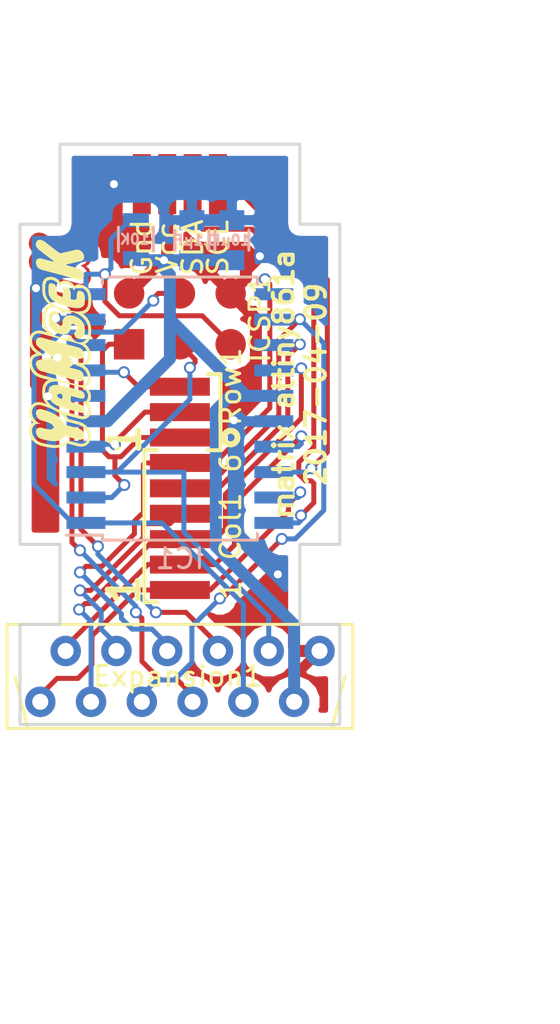
<source format=kicad_pcb>
(kicad_pcb (version 4) (host pcbnew 4.0.5+dfsg1-4)

  (general
    (links 39)
    (no_connects 0)
    (area 41.924999 44.924999 58.075001 74.075001)
    (thickness 1.6)
    (drawings 28)
    (tracks 289)
    (zones 0)
    (modules 10)
    (nets 19)
  )

  (page A4)
  (layers
    (0 F.Cu signal)
    (31 B.Cu signal)
    (32 B.Adhes user hide)
    (33 F.Adhes user hide)
    (34 B.Paste user hide)
    (35 F.Paste user hide)
    (36 B.SilkS user)
    (37 F.SilkS user)
    (38 B.Mask user hide)
    (39 F.Mask user hide)
    (40 Dwgs.User user)
    (41 Cmts.User user)
    (42 Eco1.User user)
    (43 Eco2.User user)
    (44 Edge.Cuts user)
    (45 Margin user)
    (46 B.CrtYd user hide)
    (47 F.CrtYd user)
    (48 B.Fab user)
    (49 F.Fab user)
  )

  (setup
    (last_trace_width 0.6)
    (user_trace_width 0.6)
    (trace_clearance 0.2)
    (zone_clearance 0.508)
    (zone_45_only no)
    (trace_min 0.2)
    (segment_width 0.2)
    (edge_width 0.15)
    (via_size 0.6)
    (via_drill 0.4)
    (via_min_size 0.4)
    (via_min_drill 0.3)
    (uvia_size 0.3)
    (uvia_drill 0.1)
    (uvias_allowed no)
    (uvia_min_size 0.2)
    (uvia_min_drill 0.1)
    (pcb_text_width 0.3)
    (pcb_text_size 1.5 1.5)
    (mod_edge_width 0.15)
    (mod_text_size 1 1)
    (mod_text_width 0.15)
    (pad_size 1.6 3.4)
    (pad_drill 0)
    (pad_to_mask_clearance 0.2)
    (aux_axis_origin 50 45)
    (visible_elements FFFFFF7F)
    (pcbplotparams
      (layerselection 0x00030_80000001)
      (usegerberextensions false)
      (excludeedgelayer true)
      (linewidth 0.100000)
      (plotframeref false)
      (viasonmask false)
      (mode 1)
      (useauxorigin false)
      (hpglpennumber 1)
      (hpglpenspeed 20)
      (hpglpendiameter 15)
      (hpglpenoverlay 2)
      (psnegative false)
      (psa4output false)
      (plotreference true)
      (plotvalue true)
      (plotinvisibletext false)
      (padsonsilk false)
      (subtractmaskfromsilk false)
      (outputformat 1)
      (mirror false)
      (drillshape 1)
      (scaleselection 1)
      (outputdirectory ""))
  )

  (net 0 "")
  (net 1 "Net-(Col1-Pad1)")
  (net 2 "Net-(Col1-Pad2)")
  (net 3 "Net-(Col1-Pad3)")
  (net 4 "Net-(Col1-Pad4)")
  (net 5 "Net-(Col1-Pad5)")
  (net 6 "Net-(Col1-Pad6)")
  (net 7 /MiSo)
  (net 8 +5V)
  (net 9 /SCL_2)
  (net 10 /MoSi)
  (net 11 /Rst)
  (net 12 GND)
  (net 13 "Net-(IC1-Pad4)")
  (net 14 "Net-(IC1-Pad7)")
  (net 15 /SCL)
  (net 16 /SDA)
  (net 17 /ADC_V)
  (net 18 /ADC_H+int0)

  (net_class Default "This is the default net class."
    (clearance 0.2)
    (trace_width 0.25)
    (via_dia 0.6)
    (via_drill 0.4)
    (uvia_dia 0.3)
    (uvia_drill 0.1)
    (add_net +5V)
    (add_net /ADC_H+int0)
    (add_net /ADC_V)
    (add_net /MiSo)
    (add_net /MoSi)
    (add_net /Rst)
    (add_net /SCL)
    (add_net /SCL_2)
    (add_net /SDA)
    (add_net GND)
    (add_net "Net-(Col1-Pad1)")
    (add_net "Net-(Col1-Pad2)")
    (add_net "Net-(Col1-Pad3)")
    (add_net "Net-(Col1-Pad4)")
    (add_net "Net-(Col1-Pad5)")
    (add_net "Net-(Col1-Pad6)")
    (add_net "Net-(IC1-Pad4)")
    (add_net "Net-(IC1-Pad7)")
  )

  (net_class power ""
    (clearance 0.3)
    (trace_width 0.4)
    (via_dia 0.8)
    (via_drill 0.6)
    (uvia_dia 0.3)
    (uvia_drill 0.1)
  )

  (module Housings_SOIC:SOIC-20W_7.5x12.8mm_Pitch1.27mm (layer B.Cu) (tedit 57503549) (tstamp 58E6045C)
    (at 50 58.215)
    (descr "20-Lead Plastic Small Outline (SO) - Wide, 7.50 mm Body [SOIC] (see Microchip Packaging Specification 00000049BS.pdf)")
    (tags "SOIC 1.27")
    (path /58E28365)
    (attr smd)
    (fp_text reference IC1 (at 0 7.5) (layer B.SilkS)
      (effects (font (size 1 1) (thickness 0.15)) (justify mirror))
    )
    (fp_text value ATTINY861A-S (at 0 -7.5) (layer B.Fab)
      (effects (font (size 1 1) (thickness 0.15)) (justify mirror))
    )
    (fp_line (start -2.75 6.4) (end 3.75 6.4) (layer B.Fab) (width 0.15))
    (fp_line (start 3.75 6.4) (end 3.75 -6.4) (layer B.Fab) (width 0.15))
    (fp_line (start 3.75 -6.4) (end -3.75 -6.4) (layer B.Fab) (width 0.15))
    (fp_line (start -3.75 -6.4) (end -3.75 5.4) (layer B.Fab) (width 0.15))
    (fp_line (start -3.75 5.4) (end -2.75 6.4) (layer B.Fab) (width 0.15))
    (fp_line (start -5.95 6.75) (end -5.95 -6.75) (layer B.CrtYd) (width 0.05))
    (fp_line (start 5.95 6.75) (end 5.95 -6.75) (layer B.CrtYd) (width 0.05))
    (fp_line (start -5.95 6.75) (end 5.95 6.75) (layer B.CrtYd) (width 0.05))
    (fp_line (start -5.95 -6.75) (end 5.95 -6.75) (layer B.CrtYd) (width 0.05))
    (fp_line (start -3.875 6.575) (end -3.875 6.325) (layer B.SilkS) (width 0.15))
    (fp_line (start 3.875 6.575) (end 3.875 6.24) (layer B.SilkS) (width 0.15))
    (fp_line (start 3.875 -6.575) (end 3.875 -6.24) (layer B.SilkS) (width 0.15))
    (fp_line (start -3.875 -6.575) (end -3.875 -6.24) (layer B.SilkS) (width 0.15))
    (fp_line (start -3.875 6.575) (end 3.875 6.575) (layer B.SilkS) (width 0.15))
    (fp_line (start -3.875 -6.575) (end 3.875 -6.575) (layer B.SilkS) (width 0.15))
    (fp_line (start -3.875 6.325) (end -5.675 6.325) (layer B.SilkS) (width 0.15))
    (pad 1 smd rect (at -4.7 5.715) (size 1.95 0.6) (layers B.Cu B.Paste B.Mask)
      (net 10 /MoSi))
    (pad 2 smd rect (at -4.7 4.445) (size 1.95 0.6) (layers B.Cu B.Paste B.Mask)
      (net 7 /MiSo))
    (pad 3 smd rect (at -4.7 3.175) (size 1.95 0.6) (layers B.Cu B.Paste B.Mask)
      (net 9 /SCL_2))
    (pad 4 smd rect (at -4.7 1.905) (size 1.95 0.6) (layers B.Cu B.Paste B.Mask)
      (net 13 "Net-(IC1-Pad4)"))
    (pad 5 smd rect (at -4.7 0.635) (size 1.95 0.6) (layers B.Cu B.Paste B.Mask)
      (net 8 +5V))
    (pad 6 smd rect (at -4.7 -0.635) (size 1.95 0.6) (layers B.Cu B.Paste B.Mask)
      (net 12 GND))
    (pad 7 smd rect (at -4.7 -1.905) (size 1.95 0.6) (layers B.Cu B.Paste B.Mask)
      (net 14 "Net-(IC1-Pad7)"))
    (pad 8 smd rect (at -4.7 -3.175) (size 1.95 0.6) (layers B.Cu B.Paste B.Mask)
      (net 17 /ADC_V))
    (pad 9 smd rect (at -4.7 -4.445) (size 1.95 0.6) (layers B.Cu B.Paste B.Mask)
      (net 18 /ADC_H+int0))
    (pad 10 smd rect (at -4.7 -5.715) (size 1.95 0.6) (layers B.Cu B.Paste B.Mask)
      (net 11 /Rst))
    (pad 11 smd rect (at 4.7 -5.715) (size 1.95 0.6) (layers B.Cu B.Paste B.Mask)
      (net 6 "Net-(Col1-Pad6)"))
    (pad 12 smd rect (at 4.7 -4.445) (size 1.95 0.6) (layers B.Cu B.Paste B.Mask)
      (net 5 "Net-(Col1-Pad5)"))
    (pad 13 smd rect (at 4.7 -3.175) (size 1.95 0.6) (layers B.Cu B.Paste B.Mask)
      (net 4 "Net-(Col1-Pad4)"))
    (pad 14 smd rect (at 4.7 -1.905) (size 1.95 0.6) (layers B.Cu B.Paste B.Mask)
      (net 3 "Net-(Col1-Pad3)"))
    (pad 15 smd rect (at 4.7 -0.635) (size 1.95 0.6) (layers B.Cu B.Paste B.Mask)
      (net 8 +5V))
    (pad 16 smd rect (at 4.7 0.635) (size 1.95 0.6) (layers B.Cu B.Paste B.Mask)
      (net 12 GND))
    (pad 17 smd rect (at 4.7 1.905) (size 1.95 0.6) (layers B.Cu B.Paste B.Mask)
      (net 2 "Net-(Col1-Pad2)"))
    (pad 18 smd rect (at 4.7 3.175) (size 1.95 0.6) (layers B.Cu B.Paste B.Mask)
      (net 15 /SCL))
    (pad 19 smd rect (at 4.7 4.445) (size 1.95 0.6) (layers B.Cu B.Paste B.Mask)
      (net 1 "Net-(Col1-Pad1)"))
    (pad 20 smd rect (at 4.7 5.715) (size 1.95 0.6) (layers B.Cu B.Paste B.Mask)
      (net 16 /SDA))
    (model Housings_SOIC.3dshapes/SOIC-20_7.5x12.8mm_Pitch1.27mm.wrl
      (at (xyz 0 0 0))
      (scale (xyz 1 1 1))
      (rotate (xyz 0 0 0))
    )
  )

  (module myComponents:solderPads_4_Grove_I2C (layer F.Cu) (tedit 58E53D59) (tstamp 58E55026)
    (at 50 47 180)
    (path /58E54ECF)
    (fp_text reference I2C1 (at 0.635 2.54 180) (layer F.SilkS) hide
      (effects (font (size 1 1) (thickness 0.15)))
    )
    (fp_text value CONN_01X04 (at 0.635 2.54 180) (layer F.Fab)
      (effects (font (size 1 1) (thickness 0.15)))
    )
    (fp_text user SDA (at -0.635 -3.175 270) (layer F.SilkS)
      (effects (font (size 1 1) (thickness 0.15)))
    )
    (fp_text user SCL (at -1.905 -3.175 270) (layer F.SilkS)
      (effects (font (size 1 1) (thickness 0.15)))
    )
    (fp_text user Gnd (at 1.905 -3.175 270) (layer F.SilkS)
      (effects (font (size 1 1) (thickness 0.15)))
    )
    (fp_text user Vcc (at 0.635 -3.175 270) (layer F.SilkS)
      (effects (font (size 1 1) (thickness 0.15)))
    )
    (pad 1 smd rect (at -1.905 0 180) (size 0.9 3) (layers F.Cu F.Paste F.Mask)
      (net 15 /SCL))
    (pad 2 smd rect (at -0.635 0 180) (size 0.9 3) (layers F.Cu F.Paste F.Mask)
      (net 16 /SDA))
    (pad 3 smd rect (at 0.635 0 180) (size 0.9 3) (layers F.Cu F.Paste F.Mask)
      (net 8 +5V))
    (pad 4 smd rect (at 1.905 0 180) (size 0.9 3) (layers F.Cu F.Paste F.Mask)
      (net 12 GND))
  )

  (module Resistors_SMD:R_0805 (layer B.Cu) (tedit 58E66A9B) (tstamp 58E67486)
    (at 47.8 49.75 270)
    (descr "Resistor SMD 0805, reflow soldering, Vishay (see dcrcw.pdf)")
    (tags "resistor 0805")
    (path /58E6A84A)
    (attr smd)
    (fp_text reference R1 (at -2.15 0 270) (layer B.Fab)
      (effects (font (size 1 1) (thickness 0.15)) (justify mirror))
    )
    (fp_text value 10K (at 0.004999 0.065 360) (layer B.SilkS)
      (effects (font (size 0.5 0.5) (thickness 0.125)) (justify mirror))
    )
    (fp_line (start -1 -0.625) (end -1 0.625) (layer B.Fab) (width 0.1))
    (fp_line (start 1 -0.625) (end -1 -0.625) (layer B.Fab) (width 0.1))
    (fp_line (start 1 0.625) (end 1 -0.625) (layer B.Fab) (width 0.1))
    (fp_line (start -1 0.625) (end 1 0.625) (layer B.Fab) (width 0.1))
    (fp_line (start -1.6 1) (end 1.6 1) (layer B.CrtYd) (width 0.05))
    (fp_line (start -1.6 -1) (end 1.6 -1) (layer B.CrtYd) (width 0.05))
    (fp_line (start -1.6 1) (end -1.6 -1) (layer B.CrtYd) (width 0.05))
    (fp_line (start 1.6 1) (end 1.6 -1) (layer B.CrtYd) (width 0.05))
    (fp_line (start 0.6 -0.875) (end -0.6 -0.875) (layer B.SilkS) (width 0.15))
    (fp_line (start -0.6 0.875) (end 0.6 0.875) (layer B.SilkS) (width 0.15))
    (pad 1 smd rect (at -0.95 0 270) (size 0.7 1.3) (layers B.Cu B.Paste B.Mask)
      (net 11 /Rst))
    (pad 2 smd rect (at 0.95 0 270) (size 0.7 1.3) (layers B.Cu B.Paste B.Mask)
      (net 8 +5V))
    (model Resistors_SMD.3dshapes/R_0805.wrl
      (at (xyz 0 0 0))
      (scale (xyz 1 1 1))
      (rotate (xyz 0 0 0))
    )
  )

  (module myComponents:solderPads_6 (layer F.Cu) (tedit 58E54D6B) (tstamp 58E67BBF)
    (at 50 64.107 90)
    (path /58E2887C)
    (fp_text reference Col1 (at 0 2.54 90) (layer F.SilkS)
      (effects (font (size 1 1) (thickness 0.15)))
    )
    (fp_text value CONN_01X06 (at 0.635 -2.54 90) (layer F.Fab)
      (effects (font (size 1 1) (thickness 0.15)))
    )
    (fp_text user 6 (at 3.175 2.54 90) (layer F.SilkS)
      (effects (font (size 1 1) (thickness 0.15)))
    )
    (fp_text user 1 (at -3.175 2.54 90) (layer F.SilkS)
      (effects (font (size 1 1) (thickness 0.15)))
    )
    (pad 1 smd rect (at -3.175 0 90) (size 0.9 3) (layers F.Cu F.Paste F.Mask)
      (net 1 "Net-(Col1-Pad1)"))
    (pad 2 smd rect (at -1.905 0 90) (size 0.9 3) (layers F.Cu F.Paste F.Mask)
      (net 2 "Net-(Col1-Pad2)"))
    (pad 3 smd rect (at -0.635 0 90) (size 0.9 3) (layers F.Cu F.Paste F.Mask)
      (net 3 "Net-(Col1-Pad3)"))
    (pad 4 smd rect (at 0.635 0 90) (size 0.9 3) (layers F.Cu F.Paste F.Mask)
      (net 4 "Net-(Col1-Pad4)"))
    (pad 5 smd rect (at 1.905 0 90) (size 0.9 3) (layers F.Cu F.Paste F.Mask)
      (net 5 "Net-(Col1-Pad5)"))
    (pad 6 smd rect (at 3.175 0 90) (size 0.9 3) (layers F.Cu F.Paste F.Mask)
      (net 6 "Net-(Col1-Pad6)"))
  )

  (module myComponents:ICSP_BIG_pads (layer F.Cu) (tedit 58E2AA5E) (tstamp 58E67BDE)
    (at 50 53.73 90)
    (path /58E2874F)
    (fp_text reference ICSP1 (at 0 4 90) (layer F.SilkS)
      (effects (font (size 1 1) (thickness 0.15)))
    )
    (fp_text value CONN_02X03 (at 0 -5.08 90) (layer F.Fab)
      (effects (font (size 1 1) (thickness 0.15)))
    )
    (pad 1 smd rect (at -1.27 -2.54 90) (size 1.524 1.524) (layers F.Cu F.Paste F.Mask)
      (net 7 /MiSo))
    (pad 2 smd circle (at 1.27 -2.54 90) (size 1.524 1.524) (layers F.Cu F.Paste F.Mask)
      (net 8 +5V))
    (pad 3 smd circle (at -1.27 0 90) (size 1.524 1.524) (layers F.Cu F.Paste F.Mask)
      (net 9 /SCL_2))
    (pad 4 smd circle (at 1.27 0 90) (size 1.524 1.524) (layers F.Cu F.Paste F.Mask)
      (net 10 /MoSi))
    (pad 5 smd circle (at -1.27 2.54 90) (size 1.524 1.524) (layers F.Cu F.Paste F.Mask)
      (net 11 /Rst))
    (pad 6 smd circle (at 1.27 2.54 90) (size 1.524 1.524) (layers F.Cu F.Paste F.Mask)
      (net 12 GND))
  )

  (module myComponents:solderPads_3 (layer F.Cu) (tedit 58E54DB4) (tstamp 58E67BE6)
    (at 50 58.392 90)
    (path /58E288CF)
    (fp_text reference Row1 (at 1.27 2.54 90) (layer F.SilkS)
      (effects (font (size 1 1) (thickness 0.15)))
    )
    (fp_text value CONN_01X03 (at 0.635 -2.54 90) (layer F.Fab)
      (effects (font (size 1 1) (thickness 0.15)))
    )
    (fp_circle (center -1.27 2.54) (end -1.27 2.2) (layer F.SilkS) (width 0.3))
    (pad 1 smd rect (at -1.27 0 90) (size 0.9 3) (layers F.Cu F.Paste F.Mask)
      (net 7 /MiSo))
    (pad 2 smd rect (at 0 0 90) (size 0.9 3) (layers F.Cu F.Paste F.Mask)
      (net 13 "Net-(IC1-Pad4)"))
    (pad 3 smd rect (at 1.27 0 90) (size 0.9 3) (layers F.Cu F.Paste F.Mask)
      (net 14 "Net-(IC1-Pad7)"))
  )

  (module myComponents:microMatch-12_90_THT (layer F.Cu) (tedit 58E6787B) (tstamp 58E67BC0)
    (at 50 71.6)
    (path /58E38DE5)
    (fp_text reference Expansion1 (at -0.1 0) (layer F.SilkS)
      (effects (font (size 1 1) (thickness 0.15)))
    )
    (fp_text value CONN_01X12 (at -2.54 -3.81) (layer F.Fab)
      (effects (font (size 1 1) (thickness 0.15)))
    )
    (fp_line (start 8.255 0) (end 7.62 2.54) (layer F.SilkS) (width 0.15))
    (fp_line (start -8.255 0) (end -7.62 2.54) (layer F.SilkS) (width 0.15))
    (fp_line (start 8.65 -2.6) (end -8.65 -2.6) (layer F.SilkS) (width 0.15))
    (fp_line (start -8.65 2.6) (end -8.65 -2.6) (layer F.SilkS) (width 0.15))
    (fp_line (start -8.65 2.6) (end 8.65 2.6) (layer F.SilkS) (width 0.15))
    (fp_line (start 8.65 -2.6) (end 8.65 2.6) (layer F.SilkS) (width 0.15))
    (pad 1 thru_hole circle (at -6.985 1.27) (size 1.524 1.524) (drill 0.8) (layers *.Cu *.Mask)
      (net 1 "Net-(Col1-Pad1)"))
    (pad 2 thru_hole circle (at -5.715 -1.27) (size 1.524 1.524) (drill 0.8) (layers *.Cu *.Mask)
      (net 2 "Net-(Col1-Pad2)"))
    (pad 3 thru_hole circle (at -4.445 1.27) (size 1.524 1.524) (drill 0.8) (layers *.Cu *.Mask)
      (net 3 "Net-(Col1-Pad3)"))
    (pad 4 thru_hole circle (at -3.175 -1.27) (size 1.524 1.524) (drill 0.8) (layers *.Cu *.Mask)
      (net 4 "Net-(Col1-Pad4)"))
    (pad 5 thru_hole circle (at -1.905 1.27) (size 1.524 1.524) (drill 0.8) (layers *.Cu *.Mask)
      (net 5 "Net-(Col1-Pad5)"))
    (pad 6 thru_hole circle (at -0.635 -1.27) (size 1.524 1.524) (drill 0.8) (layers *.Cu *.Mask)
      (net 6 "Net-(Col1-Pad6)"))
    (pad 7 thru_hole circle (at 0.635 1.27) (size 1.524 1.524) (drill 0.8) (layers *.Cu *.Mask)
      (net 17 /ADC_V))
    (pad 8 thru_hole circle (at 1.905 -1.27) (size 1.524 1.524) (drill 0.8) (layers *.Cu *.Mask)
      (net 18 /ADC_H+int0))
    (pad 9 thru_hole circle (at 3.175 1.27) (size 1.524 1.524) (drill 0.8) (layers *.Cu *.Mask)
      (net 10 /MoSi))
    (pad 10 thru_hole circle (at 4.445 -1.27) (size 1.524 1.524) (drill 0.8) (layers *.Cu *.Mask)
      (net 9 /SCL_2))
    (pad 11 thru_hole circle (at 5.715 1.27) (size 1.524 1.524) (drill 0.8) (layers *.Cu *.Mask)
      (net 8 +5V))
    (pad 12 thru_hole circle (at 6.985 -1.27) (size 1.524 1.524) (drill 0.8) (layers *.Cu *.Mask)
      (net 12 GND))
    (model /mnt/gruscht/projects/keyboard/kicad_boards/myComponents.pretty/3d-models/micro-match_12.wrl
      (at (xyz 0 0 0))
      (scale (xyz 1 1 1))
      (rotate (xyz 0 0 0))
    )
  )

  (module Capacitors_SMD:C_0805 (layer B.Cu) (tedit 58EA476F) (tstamp 58E7B218)
    (at 52.6 49.8 90)
    (descr "Capacitor SMD 0805, reflow soldering, AVX (see smccp.pdf)")
    (tags "capacitor 0805")
    (path /58E7C0BD)
    (attr smd)
    (fp_text reference C1 (at 2.25 -0.05 90) (layer B.Fab)
      (effects (font (size 1 1) (thickness 0.15)) (justify mirror))
    )
    (fp_text value 10µF (at 0 -0.05 360) (layer B.SilkS)
      (effects (font (size 0.5 0.5) (thickness 0.125)) (justify mirror))
    )
    (fp_line (start -1 -0.625) (end -1 0.625) (layer B.Fab) (width 0.15))
    (fp_line (start 1 -0.625) (end -1 -0.625) (layer B.Fab) (width 0.15))
    (fp_line (start 1 0.625) (end 1 -0.625) (layer B.Fab) (width 0.15))
    (fp_line (start -1 0.625) (end 1 0.625) (layer B.Fab) (width 0.15))
    (fp_line (start -1.8 1) (end 1.8 1) (layer B.CrtYd) (width 0.05))
    (fp_line (start -1.8 -1) (end 1.8 -1) (layer B.CrtYd) (width 0.05))
    (fp_line (start -1.8 1) (end -1.8 -1) (layer B.CrtYd) (width 0.05))
    (fp_line (start 1.8 1) (end 1.8 -1) (layer B.CrtYd) (width 0.05))
    (fp_line (start 0.5 0.85) (end -0.5 0.85) (layer B.SilkS) (width 0.15))
    (fp_line (start -0.5 -0.85) (end 0.5 -0.85) (layer B.SilkS) (width 0.15))
    (pad 1 smd rect (at -1 0 90) (size 1 1.25) (layers B.Cu B.Paste B.Mask)
      (net 8 +5V))
    (pad 2 smd rect (at 1 0 90) (size 1 1.25) (layers B.Cu B.Paste B.Mask)
      (net 12 GND))
    (model Capacitors_SMD.3dshapes/C_0805.wrl
      (at (xyz 0 0 0))
      (scale (xyz 1 1 1))
      (rotate (xyz 0 0 0))
    )
  )

  (module myComponents:logo (layer F.Cu) (tedit 58EA325D) (tstamp 58EA2735)
    (at 44 54.8 90)
    (descr "Imported from logo.svg")
    (tags svg2mod)
    (attr smd)
    (fp_text reference svg2mod (at 0 -4.613096 90) (layer F.SilkS) hide
      (effects (font (thickness 0.3048)))
    )
    (fp_text value G*** (at 0 4.613096 90) (layer F.SilkS) hide
      (effects (font (thickness 0.3048)))
    )
    (fp_poly (pts (xy -4.527974 -1.547938) (xy -4.527974 -1.398559) (xy -4.387832 -1.377063) (xy -4.273863 -1.31257)
      (xy -4.195325 -1.21165) (xy -4.169132 -1.073342) (xy -4.184015 -0.94987) (xy -4.092443 -1.140424)
      (xy -3.944788 -1.286111) (xy -3.778417 -1.370377) (xy -3.600829 -1.398559) (xy -3.456832 -1.377063)
      (xy -3.339002 -1.31257) (xy -3.260463 -1.208787) (xy -3.234271 -1.069484) (xy -3.253013 -0.934987)
      (xy -3.256871 -0.916246) (xy -3.33836 -0.648877) (xy -3.431136 -0.410815) (xy -3.535201 -0.202057)
      (xy -3.650558 -0.022601) (xy -3.777209 0.127555) (xy -3.915156 0.248412) (xy -4.064401 0.339974)
      (xy -4.221498 0.934735) (xy -4.3112 1.129867) (xy -4.460725 1.282001) (xy -4.629086 1.369131)
      (xy -4.812401 1.398307) (xy -4.954414 1.377804) (xy -5.066511 1.316176) (xy -5.147637 1.210524)
      (xy -5.174549 1.07309) (xy -5.156359 0.934735) (xy -4.999263 0.339974) (xy -5.132185 0.205377)
      (xy -5.211918 0.015944) (xy -5.23849 -0.228329) (xy -5.226401 -0.424869) (xy -5.19018 -0.650521)
      (xy -5.129901 -0.905221) (xy -5.122184 -0.934987) (xy -5.031762 -1.130394) (xy -4.879649 -1.282804)
      (xy -4.711289 -1.369658) (xy -4.527974 -1.398559) (xy -4.527974 -1.547938) (xy -4.757839 -1.511174)
      (xy -4.967292 -1.404071) (xy -5.09977 -1.284547) (xy -5.200417 -1.139996) (xy -5.266602 -0.974675)
      (xy -5.274319 -0.943806) (xy -5.336853 -0.679919) (xy -5.374978 -0.441911) (xy -5.387869 -0.228329)
      (xy -5.360518 0.004594) (xy -5.2827 0.203231) (xy -5.160769 0.366983) (xy -5.300777 0.896701)
      (xy -5.323928 1.07309) (xy -5.282444 1.270369) (xy -5.162974 1.430278) (xy -5.162422 1.430278)
      (xy -5.000698 1.519076) (xy -4.812401 1.547687) (xy -4.582271 1.510573) (xy -4.373082 1.403268)
      (xy -4.242394 1.283596) (xy -4.142859 1.139404) (xy -4.077079 0.974423) (xy -3.933212 0.42872)
      (xy -3.513769 0.056861) (xy -3.427156 -0.153308) (xy -3.328989 -0.331396) (xy -3.219389 -0.477478)
      (xy -3.055268 -0.622171) (xy -2.870385 -0.709156) (xy -2.664866 -0.738203) (xy -2.522652 -0.738203)
      (xy -2.321848 -0.707157) (xy -2.17704 -0.612526) (xy -2.089178 -0.454034) (xy -2.059632 -0.234392)
      (xy -2.069427 -0.082849) (xy -2.09882 0.096486) (xy -2.147826 0.304145) (xy -2.147826 0.30635)
      (xy -2.191844 0.468966) (xy -2.223894 0.585265) (xy -2.287845 0.81374) (xy -2.350122 1.052144)
      (xy -2.420681 1.202734) (xy -2.537535 1.320035) (xy -2.669875 1.387654) (xy -2.812592 1.410434)
      (xy -3.008824 1.343737) (xy -3.095365 1.149158) (xy -3.095365 1.143646) (xy -3.25191 1.325547)
      (xy -3.379311 1.38899) (xy -3.517045 1.410434) (xy -3.720443 1.343737) (xy -3.803125 1.149158)
      (xy -3.788794 1.046081) (xy -3.788794 1.044427) (xy -3.588703 0.299184) (xy -3.513769 0.056861)
      (xy -3.933212 0.42872) (xy -3.741941 0.293672) (xy -3.933212 1.005842) (xy -3.937622 1.040569)
      (xy -3.952505 1.149158) (xy -3.918619 1.318886) (xy -3.815252 1.459492) (xy -3.674471 1.535629)
      (xy -3.517045 1.559813) (xy -3.333882 1.53094) (xy -3.167023 1.448468) (xy -3.137257 1.414844)
      (xy -3.104736 1.45839) (xy -2.969803 1.53404) (xy -2.225812 1.209529) (xy -2.252006 1.07309)
      (xy -2.233264 0.934735) (xy -1.73221 -0.934987) (xy -1.642508 -1.12753) (xy -1.492982 -1.278945)
      (xy -1.317301 -1.368663) (xy -1.134141 -1.398559) (xy -0.960433 -1.367363) (xy -0.843176 -1.273818)
      (xy -0.782466 -1.117991) (xy -0.733959 -0.811515) (xy -0.520639 -1.117991) (xy -0.378996 -1.273818)
      (xy -0.213274 -1.367363) (xy -0.023442 -1.398559) (xy 0.120558 -1.376071) (xy 0.238385 -1.308711)
      (xy 0.316922 -1.203058) (xy 0.343116 -1.065625) (xy 0.324375 -0.934987) (xy -0.17668 0.934735)
      (xy -0.263519 1.129866) (xy -0.412049 1.282001) (xy -0.583273 1.369131) (xy -0.767583 1.398307)
      (xy -0.908719 1.376812) (xy -1.025552 1.312317) (xy -1.104089 1.209529) (xy -1.130283 1.07309)
      (xy -1.111541 0.934735) (xy -1.081776 0.826146) (xy -1.268086 0.826146) (xy -1.294545 0.934735)
      (xy -1.384247 1.129866) (xy -1.533772 1.282001) (xy -1.704997 1.369131) (xy -1.889306 1.398307)
      (xy -2.030442 1.376812) (xy -2.147275 1.312317) (xy -2.225812 1.209529) (xy -2.969803 1.53404)
      (xy -2.812592 1.559813) (xy -2.623431 1.529268) (xy -2.451546 1.442404) (xy -2.34461 1.29082)
      (xy -2.242084 1.428073) (xy -2.077956 1.517902) (xy -1.889306 1.547687) (xy -1.658831 1.51086)
      (xy -1.447783 1.40437) (xy -1.340164 1.308606) (xy -1.253755 1.197665) (xy -1.204698 1.324406)
      (xy -1.120361 1.428073) (xy -0.956232 1.517902) (xy -0.767583 1.547687) (xy -0.083152 1.162309)
      (xy -0.114944 1.006393) (xy -0.089836 0.860008) (xy -0.014072 0.724171) (xy 0.101484 0.620183)
      (xy 0.247204 0.55605) (xy 0.154567 0.400374) (xy 0.123181 0.203272) (xy 0.149998 -0.01726)
      (xy 0.230344 -0.22674) (xy 0.364062 -0.425113) (xy 0.547822 -0.598853) (xy 0.754613 -0.703316)
      (xy 0.983628 -0.738203) (xy 1.126393 -0.738203) (xy 1.355869 -0.707819) (xy 1.527677 -0.614731)
      (xy 1.621854 -0.489832) (xy 1.653354 -0.33306) (xy 1.628645 -0.186523) (xy 1.554687 -0.05194)
      (xy 1.43769 0.053993) (xy 1.291757 0.118937) (xy 1.383805 0.27482) (xy 1.414678 0.473368)
      (xy 1.387573 0.692636) (xy 1.306327 0.901731) (xy 1.171041 1.1001) (xy 0.986629 1.273952)
      (xy 0.781277 1.378696) (xy 0.555334 1.413741) (xy 0.412569 1.413741) (xy 0.183093 1.382806)
      (xy 0.011284 1.289167) (xy -0.083152 1.162309) (xy -0.767583 1.547687) (xy -0.537108 1.51086)
      (xy -0.32606 1.40437) (xy -0.188807 1.263259) (xy -0.087935 1.401063) (xy 0.055992 1.493742)
      (xy 0.224599 1.546438) (xy 0.412569 1.56312) (xy 0.555334 1.56312) (xy 0.760409 1.538625)
      (xy 1.432317 0.911584) (xy 1.442704 0.753739) (xy 1.474282 0.56055) (xy 1.527677 0.332808)
      (xy 1.608172 0.070819) (xy 1.694014 -0.146722) (xy 1.785095 -0.320933) (xy 1.924292 -0.502922)
      (xy 2.084008 -0.633381) (xy 2.264043 -0.711935) (xy 2.464192 -0.738203) (xy 2.748619 -0.738203)
      (xy 2.959183 -0.66434) (xy 3.029739 -0.475825) (xy 2.997586 -0.313222) (xy 2.901857 -0.164388)
      (xy 2.788534 -0.068843) (xy 2.657118 -0.016662) (xy 2.768463 0.046727) (xy 2.838467 0.235794)
      (xy 2.807421 0.397522) (xy 2.71279 0.545577) (xy 2.599466 0.641122) (xy 2.468051 0.693303)
      (xy 2.579396 0.756693) (xy 2.648298 0.945208) (xy 2.616976 1.106937) (xy 2.52207 1.254991)
      (xy 2.365897 1.373458) (xy 2.17756 1.413741) (xy 1.893133 1.413741) (xy 1.692176 1.382423)
      (xy 1.547521 1.287513) (xy 1.460856 1.129811) (xy 1.432317 0.911584) (xy 0.760409 1.538625)
      (xy 0.952584 1.467208) (xy 1.128725 1.351969) (xy 1.285694 1.196011) (xy 1.314908 1.148055)
      (xy 1.362247 1.277136) (xy 1.437278 1.388385) (xy 1.564903 1.48769) (xy 1.719786 1.54482)
      (xy 1.893133 1.56312) (xy 2.17756 1.56312) (xy 2.347751 1.53821) (xy 2.50233 1.466997)
      (xy 2.633415 1.354761) (xy 2.754779 1.162293) (xy 2.797677 0.945208) (xy 2.771503 0.824994)
      (xy 2.710034 0.713147) (xy 2.824136 0.645347) (xy 2.824687 0.644796) (xy 2.945458 0.452276)
      (xy 2.987847 0.235794) (xy 2.961442 0.114636) (xy 2.899652 0.003181) (xy 3.013202 -0.064618)
      (xy 3.013754 -0.065169) (xy 3.135501 -0.257613) (xy 3.179118 -0.475825) (xy 3.151127 -0.632673)
      (xy 3.067222 -0.767969) (xy 2.92066 -0.86018) (xy 2.748619 -0.887583) (xy 2.464192 -0.887583)
      (xy 2.263077 -0.86043) (xy 2.079317 -0.783709) (xy 1.91326 -0.66453) (xy 1.765251 -0.51)
      (xy 1.710012 -0.627648) (xy 1.626345 -0.727179) (xy 1.625794 -0.727179) (xy 1.482014 -0.819271)
      (xy 1.313733 -0.871249) (xy 1.126393 -0.887583) (xy 0.983628 -0.887583) (xy 0.77342 -0.856548)
      (xy 0.579652 -0.771494) (xy 0.401545 -0.644497) (xy 0.468242 -0.894748) (xy 0.492495 -1.065625)
      (xy 0.452379 -1.262342) (xy 0.33595 -1.422261) (xy 0.169544 -1.516551) (xy -0.023442 -1.547938)
      (xy -0.20388 -1.524592) (xy -0.370189 -1.456973) (xy -0.518154 -1.348709) (xy -0.64356 -1.203429)
      (xy -0.65734 -1.183585) (xy -0.709236 -1.32859) (xy -0.801207 -1.445412) (xy -0.955403 -1.524002)
      (xy -1.134141 -1.547938) (xy -1.364161 -1.510249) (xy -1.578421 -1.401866) (xy -1.710314 -1.281637)
      (xy -1.81019 -1.138307) (xy -1.876077 -0.975226) (xy -1.985218 -0.568429) (xy -2.066798 -0.713399)
      (xy -2.194678 -0.812544) (xy -2.349595 -0.869417) (xy -2.522652 -0.887583) (xy -2.664866 -0.887583)
      (xy -2.855619 -0.861243) (xy -3.031858 -0.78897) (xy -3.194033 -0.680877) (xy -3.112453 -0.877661)
      (xy -3.106389 -0.90467) (xy -3.108594 -0.896953) (xy -3.084892 -1.069484) (xy -3.125426 -1.268508)
      (xy -3.244193 -1.428325) (xy -3.409842 -1.518377) (xy -3.600829 -1.547938) (xy -3.824525 -1.511932)
      (xy -4.030226 -1.408481) (xy -4.106845 -1.332964) (xy -4.179606 -1.427773) (xy -4.341137 -1.517929)
      (xy -4.527974 -1.547938)) (layer F.SilkS) (width 0))
    (fp_poly (pts (xy -2.701246 -0.575043) (xy -2.749753 -0.151159) (xy -2.664866 -0.02934) (xy -2.678646 0.067674)
      (xy -2.749753 0.124449) (xy -2.891967 0.124449) (xy -2.937166 0.067674) (xy -2.860496 -0.096403)
      (xy -2.749753 -0.151159) (xy -2.701246 -0.575043) (xy -2.88135 -0.545797) (xy -3.038491 -0.457631)
      (xy -3.173086 -0.309909) (xy -3.266686 -0.147) (xy -3.353027 0.064883) (xy -3.432158 0.325642)
      (xy -3.625083 1.049939) (xy -3.625083 1.051593) (xy -3.633902 1.108919) (xy -3.595868 1.211997)
      (xy -3.479011 1.246172) (xy -3.320812 1.193806) (xy -3.219389 1.046081) (xy -3.219389 1.044427)
      (xy -3.100877 0.597943) (xy -3.073868 0.554397) (xy -3.029219 0.540065) (xy -2.842909 0.540065)
      (xy -2.801567 0.558255) (xy -2.79826 0.605108) (xy -2.918976 1.049939) (xy -2.918976 1.051593)
      (xy -2.926142 1.108919) (xy -2.888659 1.211997) (xy -2.772904 1.246172) (xy -2.616359 1.193806)
      (xy -2.513833 1.044427) (xy -2.322561 0.332808) (xy -2.320908 0.332808) (xy -2.3176 0.320681)
      (xy -2.26857 0.115224) (xy -2.238852 -0.059014) (xy -2.228855 -0.201871) (xy -2.249907 -0.366743)
      (xy -2.312088 -0.482991) (xy -2.4151 -0.552029) (xy -2.560686 -0.575043) (xy -2.701246 -0.575043)) (layer F.SilkS) (width 0))
    (fp_poly (pts (xy 0.94601 -0.574909) (xy 1.088487 -0.574909) (xy 1.265989 -0.552729) (xy 1.394406 -0.488189)
      (xy 1.484465 -0.300921) (xy 1.405361 -0.10984) (xy 1.219522 -0.028837) (xy 1.095629 -0.093648)
      (xy 0.958394 -0.171323) (xy 0.825448 -0.151312) (xy 0.721096 -0.023607) (xy 0.726323 0.060734)
      (xy 0.765875 0.11315) (xy 0.818291 0.127443) (xy 0.904541 0.131283) (xy 1.053498 0.16008)
      (xy 1.158521 0.239452) (xy 1.222986 0.35506) (xy 1.244772 0.500578) (xy 1.224757 0.673628)
      (xy 1.164398 0.838467) (xy 1.063221 0.995671) (xy 0.923495 1.134523) (xy 0.766125 1.217978)
      (xy 0.591 1.24584) (xy 0.449 1.24584) (xy 0.27224 1.223919) (xy 0.14451 1.159589)
      (xy 0.054452 0.972321) (xy 0.130217 0.783147) (xy 0.31939 0.698325) (xy 0.438041 0.765035)
      (xy 0.571464 0.8408) (xy 0.713464 0.820789) (xy 0.818296 0.693085) (xy 0.812536 0.608743)
      (xy 0.772984 0.558237) (xy 0.721048 0.543943) (xy 0.634317 0.540103) (xy 0.484464 0.510378)
      (xy 0.377002 0.428601) (xy 0.313976 0.314437) (xy 0.292181 0.168902) (xy 0.312683 -0.004106)
      (xy 0.373954 -0.168952) (xy 0.475637 -0.326191) (xy 0.614856 -0.464676) (xy 0.771291 -0.54744)
      (xy 0.945952 -0.574929) (xy 0.94601 -0.574909)) (layer F.SilkS) (width 0))
    (fp_poly (pts (xy 2.428424 -0.574909) (xy 2.710995 -0.574909) (xy 2.824404 -0.540605) (xy 2.862046 -0.435773)
      (xy 2.784852 -0.254223) (xy 2.595677 -0.171311) (xy 2.457013 -0.171311) (xy 2.298334 -0.136996)
      (xy 2.230542 -0.055133) (xy 2.172536 0.086486) (xy 2.170616 0.091713) (xy 2.172536 0.122209)
      (xy 2.201123 0.135073) (xy 2.519908 0.135073) (xy 2.633317 0.170817) (xy 2.67144 0.275169)
      (xy 2.593765 0.45529) (xy 2.402684 0.540111) (xy 2.091524 0.540111) (xy 2.060548 0.549178)
      (xy 2.042916 0.572527) (xy 2.039076 0.579674) (xy 2.022873 0.714526) (xy 2.033838 0.783145)
      (xy 2.07339 0.826505) (xy 2.188706 0.840798) (xy 2.330706 0.840798) (xy 2.444115 0.877011)
      (xy 2.482237 0.981363) (xy 2.404563 1.161485) (xy 2.215388 1.245826) (xy 1.930912 1.245826)
      (xy 1.786269 1.223002) (xy 1.684556 1.154338) (xy 1.62278 1.038128) (xy 1.601644 0.873197)
      (xy 1.61156 0.727582) (xy 1.641489 0.548667) (xy 1.691703 0.336647) (xy 1.773843 0.071344)
      (xy 1.861458 -0.143031) (xy 1.95426 -0.30664) (xy 2.090206 -0.457668) (xy 2.24789 -0.548138)
      (xy 2.42791 -0.578251) (xy 2.428424 -0.574909)) (layer F.SilkS) (width 0))
    (fp_poly (pts (xy -1.186372 -1.215338) (xy -1.042282 -1.173296) (xy -0.976708 -1.04713) (xy -0.86854 -0.374299)
      (xy -0.857106 -0.366725) (xy -0.838524 -0.374299) (xy -0.371068 -1.04713) (xy -0.235666 -1.173297)
      (xy -0.068485 -1.215338) (xy 0.084951 -1.159114) (xy 0.148802 -1.013301) (xy 0.137367 -0.935157)
      (xy -0.363445 0.934666) (xy -0.415022 1.051375) (xy -0.502108 1.140042) (xy -0.715109 1.211039)
      (xy -0.880569 1.162437) (xy -0.935733 1.016623) (xy -0.924298 0.93466) (xy -0.804695 0.497225)
      (xy -0.808535 0.478163) (xy -0.823788 0.485737) (xy -0.95919 0.611904) (xy -1.126372 0.653945)
      (xy -1.273065 0.611903) (xy -1.339371 0.485737) (xy -1.354624 0.478163) (xy -1.365579 0.497225)
      (xy -1.481371 0.93466) (xy -1.535785 1.051369) (xy -1.623847 1.140036) (xy -1.836847 1.211034)
      (xy -2.002308 1.162432) (xy -2.057471 1.016618) (xy -2.046037 0.934655) (xy -1.545225 -0.935168)
      (xy -1.491047 -1.049035) (xy -1.403226 -1.136732) (xy -1.186414 -1.215356) (xy -1.186372 -1.215338)) (layer F.SilkS) (width 0))
    (fp_poly (pts (xy 3.955243 1.061664) (xy 3.790732 0.340051) (xy 3.7683 0.313875) (xy 3.745879 0.347529)
      (xy 3.588845 0.934541) (xy 3.534633 1.051383) (xy 3.446768 1.140182) (xy 3.233652 1.211222)
      (xy 3.068206 1.162617) (xy 3.013058 1.016799) (xy 3.024268 0.934538) (xy 3.525278 -0.934928)
      (xy 3.580426 -1.052705) (xy 3.671095 -1.144308) (xy 3.880472 -1.211604) (xy 4.045917 -1.162998)
      (xy 4.101065 -1.017179) (xy 4.08611 -0.934928) (xy 3.929076 -0.347915) (xy 3.936542 -0.314261)
      (xy 3.970196 -0.340427) (xy 4.52355 -1.062041) (xy 4.653476 -1.177013) (xy 4.803966 -1.215337)
      (xy 4.968476 -1.155518) (xy 5.035772 -1.005961) (xy 4.960999 -0.807796) (xy 4.370256 -0.041317)
      (xy 4.347824 0.040944) (xy 4.527289 0.807424) (xy 4.531022 0.870987) (xy 4.500177 1.000915)
      (xy 4.407639 1.114018) (xy 4.284256 1.18973) (xy 4.153396 1.214967) (xy 4.023469 1.176643)
      (xy 3.955235 1.06167) (xy 3.955243 1.061664)) (layer F.SilkS) (width 0))
    (fp_poly (pts (xy -4.169021 0.209188) (xy -4.232584 0.276484) (xy -4.408312 0.934535) (xy -4.462524 1.051377)
      (xy -4.550389 1.140177) (xy -4.763504 1.211217) (xy -4.926147 1.162611) (xy -4.980361 1.016793)
      (xy -4.96915 0.934542) (xy -4.797162 0.283968) (xy -4.819583 0.209184) (xy -4.94629 0.106156)
      (xy -5.022315 -0.053371) (xy -5.047656 -0.269398) (xy -5.035193 -0.456345) (xy -4.997804 -0.678188)
      (xy -4.935488 -0.934929) (xy -4.880341 -1.052705) (xy -4.789673 -1.144307) (xy -4.580296 -1.211603)
      (xy -4.41485 -1.162997) (xy -4.359701 -1.017179) (xy -4.374655 -0.934917) (xy -4.441951 -0.644216)
      (xy -4.464383 -0.452595) (xy -4.35969 -0.288082) (xy -4.187702 -0.422684) (xy -4.12871 -0.542745)
      (xy -4.066396 -0.713489) (xy -4.000758 -0.934917) (xy -4.004491 -0.934917) (xy -3.950279 -1.052694)
      (xy -3.862414 -1.144298) (xy -3.649298 -1.211594) (xy -3.486657 -1.162987) (xy -3.432443 -1.017168)
      (xy -3.443654 -0.934917) (xy -3.43992 -0.934917) (xy -3.531835 -0.636218) (xy -3.635589 -0.380724)
      (xy -3.751182 -0.168435) (xy -3.878616 0.000647) (xy -4.017889 0.126525) (xy -4.169002 0.209197)
      (xy -4.169021 0.209188)) (layer F.SilkS) (width 0))
    (fp_poly (pts (xy 4.849469 -1.565096) (xy 4.269403 -1.184452) (xy 4.288094 -1.024728) (xy 4.377683 -1.14052)
      (xy 4.517709 -1.283795) (xy 4.673542 -1.369697) (xy 4.845139 -1.398312) (xy 4.845141 -1.398312)
      (xy 4.99284 -1.37304) (xy 5.114369 -1.297292) (xy 5.198398 -1.186229) (xy 5.226348 -1.047124)
      (xy 5.194513 -0.8872) (xy 5.09912 -0.721668) (xy 4.542081 0.003579) (xy 4.710289 0.728827)
      (xy 4.721545 0.890021) (xy 4.675505 1.044571) (xy 4.572101 1.192471) (xy 4.434993 1.310963)
      (xy 4.287901 1.382174) (xy 4.130853 1.405947) (xy 3.95052 1.36436) (xy 3.818348 1.239649)
      (xy 3.734396 1.031887) (xy 3.632515 1.191611) (xy 3.491378 1.312074) (xy 3.340945 1.379539)
      (xy 3.181169 1.402134) (xy 3.040854 1.380509) (xy 2.926713 1.315887) (xy 2.842679 1.210267)
      (xy 2.814733 1.072867) (xy 2.833313 0.938491) (xy 3.334601 -0.931332) (xy 3.425266 -1.123678)
      (xy 3.577622 -1.274896) (xy 3.748578 -1.364848) (xy 3.93262 -1.394976) (xy 4.077646 -1.372381)
      (xy 4.190889 -1.304916) (xy 4.269403 -1.184452) (xy 4.849469 -1.565096) (xy 4.671801 -1.535847)
      (xy 4.509089 -1.456195) (xy 4.361523 -1.338277) (xy 4.303869 -1.428337) (xy 4.134262 -1.528135)
      (xy 3.936474 -1.559854) (xy 3.701439 -1.52161) (xy 3.486173 -1.41023) (xy 3.352185 -1.289699)
      (xy 3.249763 -1.144163) (xy 3.182161 -0.978036) (xy 2.681348 0.893217) (xy 2.656092 1.069526)
      (xy 2.702513 1.27506) (xy 2.83097 1.43882) (xy 2.996683 1.529746) (xy 3.185494 1.559378)
      (xy 3.388963 1.531604) (xy 3.580044 1.447874) (xy 3.703937 1.305874) (xy 3.768747 1.428337)
      (xy 3.936398 1.530753) (xy 4.132801 1.565096) (xy 4.336492 1.533412) (xy 4.525196 1.442854)
      (xy 4.692699 1.300157) (xy 4.819928 1.113438) (xy 4.881418 0.906454) (xy 4.869427 0.691656)
      (xy 4.717896 0.039791) (xy 5.229191 -0.62494) (xy 5.345838 -0.829642) (xy 5.387869 -1.046174)
      (xy 5.345095 -1.248432) (xy 5.223949 -1.415469) (xy 5.222029 -1.415469) (xy 5.049702 -1.523063)
      (xy 4.845618 -1.561278) (xy 4.849469 -1.565096)) (layer F.Mask) (width 0))
    (fp_poly (pts (xy 4.849469 -1.565096) (xy 4.269403 -1.184452) (xy 4.288094 -1.024728) (xy 4.377683 -1.14052)
      (xy 4.517709 -1.283795) (xy 4.673542 -1.369697) (xy 4.845139 -1.398312) (xy 4.845141 -1.398312)
      (xy 4.99284 -1.37304) (xy 5.114369 -1.297292) (xy 5.198398 -1.186229) (xy 5.226348 -1.047124)
      (xy 5.194513 -0.8872) (xy 5.09912 -0.721668) (xy 4.542081 0.003579) (xy 4.710289 0.728827)
      (xy 4.721545 0.890021) (xy 4.675505 1.044571) (xy 4.572101 1.192471) (xy 4.434993 1.310963)
      (xy 4.287901 1.382174) (xy 4.130853 1.405947) (xy 3.95052 1.36436) (xy 3.818348 1.239649)
      (xy 3.734396 1.031887) (xy 3.632515 1.191611) (xy 3.491378 1.312074) (xy 3.340945 1.379539)
      (xy 3.181169 1.402134) (xy 3.040854 1.380509) (xy 2.926713 1.315887) (xy 2.842679 1.210267)
      (xy 2.814733 1.072867) (xy 2.833313 0.938491) (xy 3.334601 -0.931332) (xy 3.425266 -1.123678)
      (xy 3.577622 -1.274896) (xy 3.748578 -1.364848) (xy 3.93262 -1.394976) (xy 4.077646 -1.372381)
      (xy 4.190889 -1.304916) (xy 4.269403 -1.184452) (xy 4.849469 -1.565096) (xy 4.671801 -1.535847)
      (xy 4.509089 -1.456195) (xy 4.361523 -1.338277) (xy 4.303869 -1.428337) (xy 4.134262 -1.528135)
      (xy 3.936474 -1.559854) (xy 3.701439 -1.52161) (xy 3.486173 -1.41023) (xy 3.352185 -1.289699)
      (xy 3.249763 -1.144163) (xy 3.182161 -0.978036) (xy 2.681348 0.893217) (xy 2.656092 1.069526)
      (xy 2.702513 1.27506) (xy 2.83097 1.43882) (xy 2.996683 1.529746) (xy 3.185494 1.559378)
      (xy 3.388963 1.531604) (xy 3.580044 1.447874) (xy 3.703937 1.305874) (xy 3.768747 1.428337)
      (xy 3.936398 1.530753) (xy 4.132801 1.565096) (xy 4.336492 1.533412) (xy 4.525196 1.442854)
      (xy 4.692699 1.300157) (xy 4.819928 1.113438) (xy 4.881418 0.906454) (xy 4.869427 0.691656)
      (xy 4.717896 0.039791) (xy 5.229191 -0.62494) (xy 5.345838 -0.829642) (xy 5.387869 -1.046174)
      (xy 5.345095 -1.248432) (xy 5.223949 -1.415469) (xy 5.222029 -1.415469) (xy 5.049702 -1.523063)
      (xy 4.845618 -1.561278) (xy 4.849469 -1.565096)) (layer F.Cu) (width 0))
  )

  (module Capacitors_SMD:C_0805 (layer B.Cu) (tedit 58EA48B3) (tstamp 58EA48A3)
    (at 50.6 49.8 90)
    (descr "Capacitor SMD 0805, reflow soldering, AVX (see smccp.pdf)")
    (tags "capacitor 0805")
    (path /58EA4A6A)
    (attr smd)
    (fp_text reference C2 (at 2.4 0 90) (layer B.Fab)
      (effects (font (size 1 1) (thickness 0.15)) (justify mirror))
    )
    (fp_text value 0.1µF (at 0 0.2 360) (layer B.SilkS)
      (effects (font (size 0.5 0.5) (thickness 0.125)) (justify mirror))
    )
    (fp_line (start -1 -0.625) (end -1 0.625) (layer B.Fab) (width 0.15))
    (fp_line (start 1 -0.625) (end -1 -0.625) (layer B.Fab) (width 0.15))
    (fp_line (start 1 0.625) (end 1 -0.625) (layer B.Fab) (width 0.15))
    (fp_line (start -1 0.625) (end 1 0.625) (layer B.Fab) (width 0.15))
    (fp_line (start -1.8 1) (end 1.8 1) (layer B.CrtYd) (width 0.05))
    (fp_line (start -1.8 -1) (end 1.8 -1) (layer B.CrtYd) (width 0.05))
    (fp_line (start -1.8 1) (end -1.8 -1) (layer B.CrtYd) (width 0.05))
    (fp_line (start 1.8 1) (end 1.8 -1) (layer B.CrtYd) (width 0.05))
    (fp_line (start 0.5 0.85) (end -0.5 0.85) (layer B.SilkS) (width 0.15))
    (fp_line (start -0.5 -0.85) (end 0.5 -0.85) (layer B.SilkS) (width 0.15))
    (pad 1 smd rect (at -1 0 90) (size 1 1.25) (layers B.Cu B.Paste B.Mask)
      (net 8 +5V))
    (pad 2 smd rect (at 1 0 90) (size 1 1.25) (layers B.Cu B.Paste B.Mask)
      (net 12 GND))
    (model Capacitors_SMD.3dshapes/C_0805.wrl
      (at (xyz 0 0 0))
      (scale (xyz 1 1 1))
      (rotate (xyz 0 0 0))
    )
  )

  (gr_text "matrix attiny861a\n2017-04-09" (at 56 57 90) (layer F.SilkS)
    (effects (font (size 1 1) (thickness 0.2)))
  )
  (gr_text 1 (at 47.206 67.262828 90) (layer F.SilkS) (tstamp 58E67953)
    (effects (font (size 1.5 1.5) (thickness 0.3)))
  )
  (gr_text 1 (at 47.244 59.747 90) (layer F.SilkS)
    (effects (font (size 1.5 1.5) (thickness 0.3)))
  )
  (gr_line (start 48.222 60.277828) (end 48.857 60.277828) (layer F.SilkS) (width 0.2))
  (gr_line (start 48.222 67.897828) (end 48.222 60.277828) (layer F.SilkS) (width 0.2))
  (gr_line (start 48.895 67.897828) (end 48.26 67.897828) (layer F.SilkS) (width 0.2))
  (gr_line (start 52.032 56.4866) (end 51.397 56.4866) (layer F.SilkS) (width 0.2))
  (gr_line (start 52.032 60.2966) (end 52.032 56.4866) (layer F.SilkS) (width 0.2))
  (gr_line (start 51.397 60.2966) (end 52.032 60.2966) (layer F.SilkS) (width 0.2))
  (gr_line (start 44 49) (end 42 49) (layer Edge.Cuts) (width 0.15))
  (gr_line (start 44 45) (end 44 49) (layer Edge.Cuts) (width 0.15))
  (gr_line (start 56 49) (end 56 45) (layer Edge.Cuts) (width 0.15))
  (gr_line (start 58 49) (end 56 49) (layer Edge.Cuts) (width 0.15))
  (dimension 16 (width 0.3) (layer Eco2.User)
    (gr_text "16.000 mm" (at 50 39.65) (layer Eco2.User) (tstamp 58E63689)
      (effects (font (size 1.5 1.5) (thickness 0.3)))
    )
    (feature1 (pts (xy 42 44) (xy 42 38.3)))
    (feature2 (pts (xy 58 44) (xy 58 38.3)))
    (crossbar (pts (xy 58 41) (xy 42 41)))
    (arrow1a (pts (xy 42 41) (xy 43.126504 40.413579)))
    (arrow1b (pts (xy 42 41) (xy 43.126504 41.586421)))
    (arrow2a (pts (xy 58 41) (xy 56.873496 40.413579)))
    (arrow2b (pts (xy 58 41) (xy 56.873496 41.586421)))
  )
  (dimension 4 (width 0.3) (layer Eco2.User)
    (gr_text "4.000 mm" (at 66.35 67 270) (layer Eco2.User) (tstamp 58E63687)
      (effects (font (size 1.5 1.5) (thickness 0.3)))
    )
    (feature1 (pts (xy 63.5 69) (xy 67.7 69)))
    (feature2 (pts (xy 63.5 65) (xy 67.7 65)))
    (crossbar (pts (xy 65 65) (xy 65 69)))
    (arrow1a (pts (xy 65 69) (xy 64.413579 67.873496)))
    (arrow1b (pts (xy 65 69) (xy 65.586421 67.873496)))
    (arrow2a (pts (xy 65 65) (xy 64.413579 66.126504)))
    (arrow2b (pts (xy 65 65) (xy 65.586421 66.126504)))
  )
  (dimension 20 (width 0.3) (layer Eco2.User)
    (gr_text "20.000 mm" (at 63.35 55 90) (layer Eco2.User) (tstamp 58E882C8)
      (effects (font (size 1.5 1.5) (thickness 0.3)))
    )
    (feature1 (pts (xy 60.5 45) (xy 64.7 45)))
    (feature2 (pts (xy 60.5 65) (xy 64.7 65)))
    (crossbar (pts (xy 62 65) (xy 62 45)))
    (arrow1a (pts (xy 62 45) (xy 62.586421 46.126504)))
    (arrow1b (pts (xy 62 45) (xy 61.413579 46.126504)))
    (arrow2a (pts (xy 62 65) (xy 62.586421 63.873496)))
    (arrow2b (pts (xy 62 65) (xy 61.413579 63.873496)))
  )
  (gr_line (start 42 49) (end 42 65) (layer Edge.Cuts) (width 0.15))
  (gr_line (start 58 65) (end 58 49) (layer Edge.Cuts) (width 0.15))
  (gr_line (start 56 65) (end 58 65) (layer Edge.Cuts) (width 0.15))
  (gr_line (start 56 65) (end 56 69) (layer Edge.Cuts) (width 0.15))
  (gr_line (start 58 69) (end 56 69) (layer Edge.Cuts) (width 0.15))
  (gr_line (start 44 65) (end 42 65) (layer Edge.Cuts) (width 0.15))
  (gr_line (start 44 65) (end 44 69) (layer Edge.Cuts) (width 0.15))
  (gr_line (start 42 69) (end 44 69) (layer Edge.Cuts) (width 0.15))
  (gr_line (start 56 45) (end 44 45) (layer Edge.Cuts) (width 0.15))
  (gr_line (start 58 74) (end 58 69) (layer Edge.Cuts) (width 0.15))
  (gr_line (start 42 74) (end 58 74) (layer Edge.Cuts) (width 0.15))
  (gr_line (start 42 74) (end 42 69) (layer Edge.Cuts) (width 0.15))

  (segment (start 43.015 72.54) (end 43.855 71.7) (width 0.25) (layer F.Cu) (net 1))
  (segment (start 43.855 71.7) (end 44.9 71.7) (width 0.25) (layer F.Cu) (net 1))
  (segment (start 44.9 71.7) (end 45.6 71) (width 0.25) (layer F.Cu) (net 1))
  (segment (start 45.6 71) (end 45.6 69.574998) (width 0.25) (layer F.Cu) (net 1))
  (segment (start 47.892998 67.282) (end 48.25 67.282) (width 0.25) (layer F.Cu) (net 1))
  (segment (start 45.6 69.574998) (end 47.892998 67.282) (width 0.25) (layer F.Cu) (net 1))
  (segment (start 48.25 67.282) (end 50 67.282) (width 0.25) (layer F.Cu) (net 1))
  (segment (start 55.721561 62.696326) (end 56.02156 62.396327) (width 0.25) (layer F.Cu) (net 1))
  (segment (start 50 67.282) (end 51.517741 67.282) (width 0.25) (layer F.Cu) (net 1))
  (segment (start 55.433049 62.984838) (end 55.721561 62.696326) (width 0.25) (layer F.Cu) (net 1))
  (segment (start 55.433049 63.366692) (end 55.433049 62.984838) (width 0.25) (layer F.Cu) (net 1))
  (segment (start 51.517741 67.282) (end 55.433049 63.366692) (width 0.25) (layer F.Cu) (net 1))
  (segment (start 56.02156 62.56344) (end 56.02156 62.396327) (width 0.25) (layer B.Cu) (net 1))
  (segment (start 55.925 62.66) (end 56.02156 62.56344) (width 0.25) (layer B.Cu) (net 1))
  (via (at 56.02156 62.396327) (size 0.6) (drill 0.4) (layers F.Cu B.Cu) (net 1))
  (segment (start 54.7 62.66) (end 55.925 62.66) (width 0.25) (layer B.Cu) (net 1))
  (segment (start 44.285 70) (end 44.4 70) (width 0.25) (layer F.Cu) (net 2))
  (segment (start 44.4 70) (end 48.388 66.012) (width 0.25) (layer F.Cu) (net 2))
  (segment (start 48.388 66.012) (end 50 66.012) (width 0.25) (layer F.Cu) (net 2))
  (segment (start 55.774991 59.899999) (end 56.07499 59.6) (width 0.25) (layer F.Cu) (net 2))
  (segment (start 51.75 66.012) (end 52.725021 65.036979) (width 0.25) (layer F.Cu) (net 2))
  (segment (start 55.925 60.12) (end 56.07499 59.97001) (width 0.25) (layer B.Cu) (net 2))
  (segment (start 56.07499 59.97001) (end 56.07499 59.6) (width 0.25) (layer B.Cu) (net 2))
  (segment (start 54.7 60.12) (end 55.925 60.12) (width 0.25) (layer B.Cu) (net 2))
  (via (at 56.07499 59.6) (size 0.6) (drill 0.4) (layers F.Cu B.Cu) (net 2))
  (segment (start 52.725021 62.949969) (end 55.774991 59.899999) (width 0.25) (layer F.Cu) (net 2))
  (segment (start 52.725021 65.036979) (end 52.725021 62.949969) (width 0.25) (layer F.Cu) (net 2))
  (segment (start 50 66.012) (end 51.75 66.012) (width 0.25) (layer F.Cu) (net 2))
  (segment (start 45.51477 67.958052) (end 45.25805 67.958052) (width 0.25) (layer F.Cu) (net 3))
  (segment (start 48.730822 64.742) (end 45.51477 67.958052) (width 0.25) (layer F.Cu) (net 3))
  (segment (start 50 64.742) (end 48.730822 64.742) (width 0.25) (layer F.Cu) (net 3))
  (segment (start 45.25805 67.958052) (end 44.958051 68.258051) (width 0.25) (layer F.Cu) (net 3))
  (segment (start 45.25805 68.55805) (end 44.958051 68.258051) (width 0.25) (layer B.Cu) (net 3))
  (segment (start 45.555 72.54) (end 45.555 68.855) (width 0.25) (layer B.Cu) (net 3))
  (via (at 44.958051 68.258051) (size 0.6) (drill 0.4) (layers F.Cu B.Cu) (net 3))
  (segment (start 45.555 68.855) (end 45.25805 68.55805) (width 0.25) (layer B.Cu) (net 3))
  (segment (start 51.75 64.742) (end 52.275012 64.216988) (width 0.25) (layer F.Cu) (net 3))
  (segment (start 55.966009 56.31) (end 56.07499 56.201019) (width 0.25) (layer B.Cu) (net 3))
  (segment (start 52.275012 64.216988) (end 52.275012 62.497808) (width 0.25) (layer F.Cu) (net 3))
  (segment (start 56.07499 58.69783) (end 56.07499 56.625283) (width 0.25) (layer F.Cu) (net 3))
  (segment (start 54.7 56.31) (end 55.966009 56.31) (width 0.25) (layer B.Cu) (net 3))
  (via (at 56.07499 56.201019) (size 0.6) (drill 0.4) (layers F.Cu B.Cu) (net 3))
  (segment (start 56.07499 56.625283) (end 56.07499 56.201019) (width 0.25) (layer F.Cu) (net 3))
  (segment (start 52.275012 62.497808) (end 56.07499 58.69783) (width 0.25) (layer F.Cu) (net 3))
  (segment (start 50 64.742) (end 51.75 64.742) (width 0.25) (layer F.Cu) (net 3))
  (segment (start 55.400022 55.599982) (end 55.700005 55.299999) (width 0.25) (layer F.Cu) (net 4))
  (segment (start 55.400022 58.736388) (end 55.400022 55.599982) (width 0.25) (layer F.Cu) (net 4))
  (segment (start 51.825001 63.396999) (end 51.825001 62.311409) (width 0.25) (layer F.Cu) (net 4))
  (segment (start 51.75 63.472) (end 51.825001 63.396999) (width 0.25) (layer F.Cu) (net 4))
  (segment (start 50 63.472) (end 51.75 63.472) (width 0.25) (layer F.Cu) (net 4))
  (segment (start 55.700005 55.299999) (end 56.000004 55) (width 0.25) (layer F.Cu) (net 4))
  (segment (start 51.825001 62.311409) (end 55.400022 58.736388) (width 0.25) (layer F.Cu) (net 4))
  (segment (start 45.424264 67.3) (end 45 67.3) (width 0.25) (layer F.Cu) (net 4))
  (segment (start 45.536411 67.3) (end 45.424264 67.3) (width 0.25) (layer F.Cu) (net 4))
  (segment (start 48.174999 64.661412) (end 45.536411 67.3) (width 0.25) (layer F.Cu) (net 4))
  (segment (start 50 63.472) (end 49.505001 63.966999) (width 0.25) (layer F.Cu) (net 4))
  (segment (start 48.239999 63.966999) (end 48.174999 64.031999) (width 0.25) (layer F.Cu) (net 4))
  (segment (start 48.174999 64.031999) (end 48.174999 64.661412) (width 0.25) (layer F.Cu) (net 4))
  (segment (start 49.505001 63.966999) (end 48.239999 63.966999) (width 0.25) (layer F.Cu) (net 4))
  (segment (start 46.063001 69.238001) (end 46.063001 68.363001) (width 0.25) (layer B.Cu) (net 4))
  (segment (start 46.825 70) (end 46.063001 69.238001) (width 0.25) (layer B.Cu) (net 4))
  (segment (start 45.299999 67.599999) (end 45 67.3) (width 0.25) (layer B.Cu) (net 4))
  (segment (start 46.063001 68.363001) (end 45.299999 67.599999) (width 0.25) (layer B.Cu) (net 4))
  (via (at 45 67.3) (size 0.6) (drill 0.4) (layers F.Cu B.Cu) (net 4))
  (segment (start 55.960004 55.04) (end 56.000004 55) (width 0.25) (layer B.Cu) (net 4))
  (via (at 56.000004 55) (size 0.6) (drill 0.4) (layers F.Cu B.Cu) (net 4))
  (segment (start 54.7 55.04) (end 55.960004 55.04) (width 0.25) (layer B.Cu) (net 4))
  (segment (start 48.095 72.54) (end 48.856999 71.778001) (width 0.25) (layer B.Cu) (net 5))
  (segment (start 51.700005 68.004211) (end 52.000004 67.704212) (width 0.25) (layer B.Cu) (net 5))
  (segment (start 48.856999 71.778001) (end 49.721999 71.778001) (width 0.25) (layer B.Cu) (net 5))
  (segment (start 49.721999 71.778001) (end 50.6 70.9) (width 0.25) (layer B.Cu) (net 5))
  (segment (start 50.6 70.9) (end 50.6 69.104216) (width 0.25) (layer B.Cu) (net 5))
  (segment (start 50.6 69.104216) (end 51.700005 68.004211) (width 0.25) (layer B.Cu) (net 5))
  (segment (start 52.12579 67.704212) (end 52.000004 67.704212) (width 0.25) (layer F.Cu) (net 5))
  (segment (start 55.1 64.730002) (end 52.12579 67.704212) (width 0.25) (layer F.Cu) (net 5))
  (via (at 52.000004 67.704212) (size 0.6) (drill 0.4) (layers F.Cu B.Cu) (net 5))
  (segment (start 55.700001 54.049999) (end 56 53.75) (width 0.25) (layer F.Cu) (net 5))
  (segment (start 50 62.202) (end 51.298 62.202) (width 0.25) (layer F.Cu) (net 5))
  (segment (start 54.950011 58.549989) (end 54.950011 54.799989) (width 0.25) (layer F.Cu) (net 5))
  (segment (start 51.298 62.202) (end 54.950011 58.549989) (width 0.25) (layer F.Cu) (net 5))
  (segment (start 54.950011 54.799989) (end 55.700001 54.049999) (width 0.25) (layer F.Cu) (net 5))
  (segment (start 55.1 64.730002) (end 55.769998 64.730002) (width 0.25) (layer B.Cu) (net 5))
  (segment (start 57.2 54.95) (end 56.299999 54.049999) (width 0.25) (layer B.Cu) (net 5))
  (segment (start 56.299999 54.049999) (end 56 53.75) (width 0.25) (layer B.Cu) (net 5))
  (segment (start 55.769998 64.730002) (end 57.2 63.3) (width 0.25) (layer B.Cu) (net 5))
  (segment (start 57.2 63.3) (end 57.2 54.95) (width 0.25) (layer B.Cu) (net 5))
  (via (at 55.1 64.730002) (size 0.6) (drill 0.4) (layers F.Cu B.Cu) (net 5))
  (segment (start 55.98 53.77) (end 56 53.75) (width 0.25) (layer B.Cu) (net 5))
  (segment (start 54.7 53.77) (end 55.98 53.77) (width 0.25) (layer B.Cu) (net 5))
  (via (at 56 53.75) (size 0.6) (drill 0.4) (layers F.Cu B.Cu) (net 5))
  (segment (start 49.365 70) (end 48.603001 69.238001) (width 0.25) (layer B.Cu) (net 6))
  (segment (start 47.074996 68.7) (end 47.074996 68.474996) (width 0.25) (layer B.Cu) (net 6))
  (segment (start 47.612997 69.238001) (end 47.074996 68.7) (width 0.25) (layer B.Cu) (net 6))
  (segment (start 45.299999 66.699999) (end 45 66.4) (width 0.25) (layer B.Cu) (net 6))
  (segment (start 47.074996 68.474996) (end 45.299999 66.699999) (width 0.25) (layer B.Cu) (net 6))
  (segment (start 48.603001 69.238001) (end 47.612997 69.238001) (width 0.25) (layer B.Cu) (net 6))
  (segment (start 51.75 60.932) (end 54.5 58.182) (width 0.25) (layer F.Cu) (net 6))
  (segment (start 50 60.932) (end 51.75 60.932) (width 0.25) (layer F.Cu) (net 6))
  (segment (start 54.5 58.182) (end 54.5 52) (width 0.25) (layer F.Cu) (net 6))
  (segment (start 54.5 52) (end 54.25 51.75) (width 0.25) (layer F.Cu) (net 6))
  (segment (start 47.724988 64.475012) (end 46.099999 66.100001) (width 0.25) (layer F.Cu) (net 6))
  (segment (start 50 60.932) (end 48.25 60.932) (width 0.25) (layer F.Cu) (net 6))
  (segment (start 48.053599 63.516988) (end 47.724988 63.845599) (width 0.25) (layer F.Cu) (net 6))
  (segment (start 48.174999 63.516988) (end 48.053599 63.516988) (width 0.25) (layer F.Cu) (net 6))
  (segment (start 48.174999 61.007001) (end 48.174999 63.516988) (width 0.25) (layer F.Cu) (net 6))
  (segment (start 47.724988 63.845599) (end 47.724988 64.475012) (width 0.25) (layer F.Cu) (net 6))
  (segment (start 48.25 60.932) (end 48.174999 61.007001) (width 0.25) (layer F.Cu) (net 6))
  (segment (start 46.099999 66.100001) (end 45.299999 66.100001) (width 0.25) (layer F.Cu) (net 6))
  (segment (start 45.299999 66.100001) (end 45 66.4) (width 0.25) (layer F.Cu) (net 6))
  (via (at 45 66.4) (size 0.6) (drill 0.4) (layers F.Cu B.Cu) (net 6))
  (segment (start 54.25 51.75) (end 54.25 52.05) (width 0.25) (layer B.Cu) (net 6))
  (segment (start 54.25 52.05) (end 54.7 52.5) (width 0.25) (layer B.Cu) (net 6))
  (via (at 54.25 51.75) (size 0.6) (drill 0.4) (layers F.Cu B.Cu) (net 6))
  (segment (start 46.91695 62.33305) (end 47.216949 62.033051) (width 0.25) (layer B.Cu) (net 7))
  (segment (start 45.3 62.66) (end 46.59 62.66) (width 0.25) (layer B.Cu) (net 7))
  (segment (start 46.91695 61.733052) (end 47.216949 62.033051) (width 0.25) (layer F.Cu) (net 7))
  (segment (start 46.75 61.566102) (end 46.91695 61.733052) (width 0.25) (layer F.Cu) (net 7))
  (segment (start 46.75 60.625001) (end 46.75 61.566102) (width 0.25) (layer F.Cu) (net 7))
  (segment (start 46.59 62.66) (end 46.91695 62.33305) (width 0.25) (layer B.Cu) (net 7))
  (via (at 47.216949 62.033051) (size 0.6) (drill 0.4) (layers F.Cu B.Cu) (net 7))
  (segment (start 47.050001 60.625001) (end 46.75 60.625001) (width 0.25) (layer F.Cu) (net 7))
  (segment (start 46.75 60.625001) (end 46.449999 60.625001) (width 0.25) (layer F.Cu) (net 7))
  (segment (start 50 59.662) (end 48.013002 59.662) (width 0.25) (layer F.Cu) (net 7))
  (segment (start 48.013002 59.662) (end 47.050001 60.625001) (width 0.25) (layer F.Cu) (net 7))
  (segment (start 46.449999 60.625001) (end 46.124999 60.300001) (width 0.25) (layer F.Cu) (net 7))
  (segment (start 46.124999 60.300001) (end 46.124999 55.323001) (width 0.25) (layer F.Cu) (net 7))
  (segment (start 46.124999 55.323001) (end 46.448 55) (width 0.25) (layer F.Cu) (net 7))
  (segment (start 46.448 55) (end 47.46 55) (width 0.25) (layer F.Cu) (net 7))
  (segment (start 49.200006 50.8) (end 47.9 50.8) (width 0.6) (layer B.Cu) (net 8))
  (segment (start 47.9 50.8) (end 47.8 50.7) (width 0.6) (layer B.Cu) (net 8))
  (segment (start 52.6 50.8) (end 50.6 50.8) (width 0.6) (layer B.Cu) (net 8))
  (segment (start 50.6 50.8) (end 49.200006 50.8) (width 0.6) (layer B.Cu) (net 8))
  (segment (start 49.365 50.635006) (end 49.200006 50.8) (width 0.6) (layer F.Cu) (net 8))
  (segment (start 49.12 50.8) (end 49.200006 50.8) (width 0.6) (layer F.Cu) (net 8))
  (segment (start 49.365 47) (end 49.365 50.635006) (width 0.6) (layer F.Cu) (net 8))
  (segment (start 49.200006 51.224264) (end 49.200006 50.8) (width 0.6) (layer B.Cu) (net 8))
  (segment (start 49.5 51.524258) (end 49.200006 51.224264) (width 0.6) (layer B.Cu) (net 8))
  (segment (start 47.46 52.46) (end 49.12 50.8) (width 0.6) (layer F.Cu) (net 8))
  (segment (start 49.5 53.955) (end 49.5 51.524258) (width 0.6) (layer B.Cu) (net 8))
  (via (at 49.200006 50.8) (size 0.6) (drill 0.4) (layers F.Cu B.Cu) (net 8))
  (segment (start 53.125 57.58) (end 53.125 57.375) (width 0.6) (layer B.Cu) (net 8))
  (segment (start 53.125 57.375) (end 49.705 53.955) (width 0.6) (layer B.Cu) (net 8))
  (segment (start 49.705 53.955) (end 49.5 53.955) (width 0.6) (layer B.Cu) (net 8))
  (segment (start 55.715 69.015) (end 51.8 65.1) (width 0.6) (layer B.Cu) (net 8))
  (segment (start 55.715 72.54) (end 55.715 69.015) (width 0.6) (layer B.Cu) (net 8))
  (segment (start 51.8 65.1) (end 51.8 58.3) (width 0.6) (layer B.Cu) (net 8))
  (segment (start 51.8 58.3) (end 52.52 57.58) (width 0.6) (layer B.Cu) (net 8))
  (segment (start 52.52 57.58) (end 53.125 57.58) (width 0.6) (layer B.Cu) (net 8))
  (segment (start 49.5 55.728613) (end 49.5 53.955) (width 0.6) (layer B.Cu) (net 8))
  (segment (start 46.378613 58.85) (end 49.5 55.728613) (width 0.6) (layer B.Cu) (net 8))
  (segment (start 45.3 58.85) (end 46.378613 58.85) (width 0.6) (layer B.Cu) (net 8))
  (segment (start 54.7 57.58) (end 53.125 57.58) (width 0.6) (layer B.Cu) (net 8))
  (segment (start 50.2 61.4) (end 50.19 61.39) (width 0.25) (layer B.Cu) (net 9))
  (segment (start 50.19 61.39) (end 46.86 61.39) (width 0.25) (layer B.Cu) (net 9))
  (segment (start 45.3 61.39) (end 46.86 61.39) (width 0.25) (layer B.Cu) (net 9))
  (segment (start 46.86 61.39) (end 50.5 57.75) (width 0.25) (layer B.Cu) (net 9))
  (segment (start 50.5 56.596218) (end 50.5 56.171954) (width 0.25) (layer B.Cu) (net 9))
  (segment (start 50.5 57.75) (end 50.5 56.596218) (width 0.25) (layer B.Cu) (net 9))
  (segment (start 50.761999 55.909955) (end 50.5 56.171954) (width 0.25) (layer F.Cu) (net 9))
  (segment (start 50 55) (end 50.761999 55.761999) (width 0.25) (layer F.Cu) (net 9))
  (segment (start 50.761999 55.761999) (end 50.761999 55.909955) (width 0.25) (layer F.Cu) (net 9))
  (via (at 50.5 56.171954) (size 0.6) (drill 0.4) (layers F.Cu B.Cu) (net 9))
  (segment (start 50.2 64.383898) (end 50.2 61.4) (width 0.25) (layer B.Cu) (net 9))
  (segment (start 54.445 68.628898) (end 50.2 64.383898) (width 0.25) (layer B.Cu) (net 9))
  (segment (start 54.445 70) (end 54.445 68.628898) (width 0.25) (layer B.Cu) (net 9))
  (segment (start 46.525 63.93) (end 45.3 63.93) (width 0.25) (layer B.Cu) (net 10))
  (segment (start 53.175 72.54) (end 53.175 67.995309) (width 0.25) (layer B.Cu) (net 10))
  (segment (start 53.175 67.995309) (end 49.109691 63.93) (width 0.25) (layer B.Cu) (net 10))
  (segment (start 49.109691 63.93) (end 46.525 63.93) (width 0.25) (layer B.Cu) (net 10))
  (segment (start 48.92237 52.46) (end 48.669369 52.713001) (width 0.25) (layer F.Cu) (net 10))
  (segment (start 50 52.46) (end 48.92237 52.46) (width 0.25) (layer F.Cu) (net 10))
  (segment (start 47.095066 54.395001) (end 48.36937 53.120697) (width 0.25) (layer B.Cu) (net 10))
  (segment (start 44.084997 54.395001) (end 47.095066 54.395001) (width 0.25) (layer B.Cu) (net 10))
  (segment (start 42.7 55.779998) (end 44.084997 54.395001) (width 0.25) (layer B.Cu) (net 10))
  (segment (start 44.625 63.93) (end 42.7 62.005) (width 0.25) (layer B.Cu) (net 10))
  (segment (start 42.7 62.005) (end 42.7 55.779998) (width 0.25) (layer B.Cu) (net 10))
  (segment (start 45.3 63.93) (end 44.625 63.93) (width 0.25) (layer B.Cu) (net 10))
  (segment (start 48.669369 52.713001) (end 48.669369 52.820698) (width 0.25) (layer F.Cu) (net 10))
  (segment (start 48.36937 53.120697) (end 48.669369 52.820698) (width 0.25) (layer B.Cu) (net 10))
  (via (at 48.669369 52.820698) (size 0.6) (drill 0.4) (layers F.Cu B.Cu) (net 10))
  (segment (start 46.25 51.5) (end 46.549999 51.200001) (width 0.25) (layer B.Cu) (net 11))
  (segment (start 46.549999 51.200001) (end 46.549999 49.750001) (width 0.25) (layer B.Cu) (net 11))
  (segment (start 46.549999 49.750001) (end 47.5 48.8) (width 0.25) (layer B.Cu) (net 11))
  (segment (start 47.5 48.8) (end 47.8 48.8) (width 0.25) (layer B.Cu) (net 11))
  (segment (start 46.967973 53.576735) (end 46.25 52.858762) (width 0.25) (layer F.Cu) (net 11))
  (segment (start 46.25 52.858762) (end 46.25 51.924264) (width 0.25) (layer F.Cu) (net 11))
  (segment (start 52.54 55) (end 51.116735 53.576735) (width 0.25) (layer F.Cu) (net 11))
  (segment (start 46.25 51.924264) (end 46.25 51.5) (width 0.25) (layer F.Cu) (net 11))
  (segment (start 51.116735 53.576735) (end 46.967973 53.576735) (width 0.25) (layer F.Cu) (net 11))
  (segment (start 45.3 52.5) (end 45.3 51.5) (width 0.25) (layer B.Cu) (net 11))
  (segment (start 46.25 51.5) (end 45.3 51.5) (width 0.25) (layer B.Cu) (net 11))
  (via (at 46.25 51.5) (size 0.6) (drill 0.4) (layers F.Cu B.Cu) (net 11))
  (segment (start 53.301999 51.298001) (end 54 50.6) (width 0.6) (layer F.Cu) (net 12))
  (segment (start 53.301999 51.698001) (end 53.301999 51.298001) (width 0.6) (layer F.Cu) (net 12))
  (segment (start 52.54 52.46) (end 53.301999 51.698001) (width 0.6) (layer F.Cu) (net 12))
  (via (at 54 50.6) (size 0.6) (drill 0.4) (layers F.Cu B.Cu) (net 12))
  (segment (start 52.6 48.8) (end 50.6 48.8) (width 0.6) (layer B.Cu) (net 12))
  (segment (start 43.4 57.6) (end 42.8 57) (width 0.6) (layer F.Cu) (net 12))
  (segment (start 42.8 57) (end 42.8 52.2) (width 0.6) (layer F.Cu) (net 12))
  (via (at 42.8 52.2) (size 0.6) (drill 0.4) (layers F.Cu B.Cu) (net 12))
  (segment (start 56.985 70.33) (end 55.90737 70.33) (width 0.6) (layer F.Cu) (net 12))
  (segment (start 55.90737 70.33) (end 55.707001 70.129631) (width 0.6) (layer F.Cu) (net 12))
  (segment (start 55.050761 68.737999) (end 54.9 68.737999) (width 0.6) (layer F.Cu) (net 12))
  (segment (start 55.707001 70.129631) (end 55.707001 69.394239) (width 0.6) (layer F.Cu) (net 12))
  (segment (start 55.707001 69.394239) (end 55.050761 68.737999) (width 0.6) (layer F.Cu) (net 12))
  (segment (start 54.9 68.737999) (end 54.9 66.5) (width 0.6) (layer F.Cu) (net 12))
  (segment (start 52.7 58.8) (end 52.7 64.3) (width 0.6) (layer B.Cu) (net 12))
  (segment (start 52.7 64.3) (end 54.9 66.5) (width 0.6) (layer B.Cu) (net 12))
  (via (at 54.9 66.5) (size 0.6) (drill 0.4) (layers F.Cu B.Cu) (net 12))
  (segment (start 54.7 58.85) (end 52.75 58.85) (width 0.25) (layer B.Cu) (net 12))
  (segment (start 52.75 58.85) (end 52.7 58.8) (width 0.25) (layer B.Cu) (net 12))
  (segment (start 45.3 57.58) (end 43.42 57.58) (width 0.25) (layer B.Cu) (net 12))
  (via (at 43.4 57.6) (size 0.6) (drill 0.4) (layers F.Cu B.Cu) (net 12))
  (segment (start 43.42 57.58) (end 43.4 57.6) (width 0.25) (layer B.Cu) (net 12))
  (segment (start 52.54 52.46) (end 53.802001 53.722001) (width 0.6) (layer F.Cu) (net 12))
  (segment (start 53.802001 53.722001) (end 53.802001 57.697999) (width 0.6) (layer F.Cu) (net 12))
  (segment (start 53.802001 57.697999) (end 52.7 58.8) (width 0.6) (layer F.Cu) (net 12))
  (via (at 52.7 58.8) (size 0.6) (drill 0.4) (layers F.Cu B.Cu) (net 12))
  (segment (start 48.095 47) (end 46.7 47) (width 0.6) (layer F.Cu) (net 12))
  (via (at 46.7 47) (size 0.6) (drill 0.4) (layers F.Cu B.Cu) (net 12))
  (segment (start 46.75 60) (end 45.42 60) (width 0.25) (layer B.Cu) (net 13))
  (segment (start 45.42 60) (end 45.3 60.12) (width 0.25) (layer B.Cu) (net 13))
  (segment (start 50 58.392) (end 48.25 58.392) (width 0.25) (layer F.Cu) (net 13))
  (via (at 46.75 60) (size 0.6) (drill 0.4) (layers F.Cu B.Cu) (net 13))
  (segment (start 48.25 58.392) (end 46.75 59.892) (width 0.25) (layer F.Cu) (net 13))
  (segment (start 46.75 59.892) (end 46.75 60) (width 0.25) (layer F.Cu) (net 13))
  (segment (start 47.2 56.4) (end 45.39 56.4) (width 0.25) (layer B.Cu) (net 14))
  (segment (start 45.39 56.4) (end 45.3 56.31) (width 0.25) (layer B.Cu) (net 14))
  (segment (start 50 57.122) (end 47.922 57.122) (width 0.25) (layer F.Cu) (net 14))
  (via (at 47.2 56.4) (size 0.6) (drill 0.4) (layers F.Cu B.Cu) (net 14))
  (segment (start 47.922 57.122) (end 47.2 56.4) (width 0.25) (layer F.Cu) (net 14))
  (segment (start 45.347998 56.262002) (end 45.3 56.31) (width 0.25) (layer B.Cu) (net 14))
  (segment (start 57.374989 51.769989) (end 57.374989 60.400001) (width 0.25) (layer F.Cu) (net 15))
  (segment (start 56.874989 60.900001) (end 56.57499 61.2) (width 0.25) (layer F.Cu) (net 15))
  (segment (start 57.374989 60.400001) (end 56.874989 60.900001) (width 0.25) (layer F.Cu) (net 15))
  (via (at 56.57499 61.2) (size 0.6) (drill 0.4) (layers F.Cu B.Cu) (net 15))
  (segment (start 54.7 61.39) (end 56.38499 61.39) (width 0.25) (layer B.Cu) (net 15))
  (segment (start 52.605 47) (end 57.374989 51.769989) (width 0.25) (layer F.Cu) (net 15))
  (segment (start 51.905 47) (end 52.605 47) (width 0.25) (layer F.Cu) (net 15))
  (segment (start 56.38499 61.39) (end 56.57499 61.2) (width 0.25) (layer B.Cu) (net 15))
  (segment (start 56.35805 63.258052) (end 56.058051 63.558051) (width 0.25) (layer F.Cu) (net 16))
  (segment (start 56.574988 61.825002) (end 56.7 61.950014) (width 0.25) (layer F.Cu) (net 16))
  (segment (start 55.949988 61.500002) (end 56.274988 61.825002) (width 0.25) (layer F.Cu) (net 16))
  (segment (start 55.949988 60.899998) (end 55.949988 61.500002) (width 0.25) (layer F.Cu) (net 16))
  (segment (start 50.635 48.75) (end 51.135 49.25) (width 0.25) (layer F.Cu) (net 16))
  (segment (start 53.61359 49.25) (end 56.7 52.33641) (width 0.25) (layer F.Cu) (net 16))
  (segment (start 51.135 49.25) (end 53.61359 49.25) (width 0.25) (layer F.Cu) (net 16))
  (segment (start 56.7 62.916102) (end 56.35805 63.258052) (width 0.25) (layer F.Cu) (net 16))
  (segment (start 56.274988 61.825002) (end 56.574988 61.825002) (width 0.25) (layer F.Cu) (net 16))
  (segment (start 50.635 47) (end 50.635 48.75) (width 0.25) (layer F.Cu) (net 16))
  (segment (start 55.925 63.93) (end 56.058051 63.796949) (width 0.25) (layer B.Cu) (net 16))
  (segment (start 54.7 63.93) (end 55.925 63.93) (width 0.25) (layer B.Cu) (net 16))
  (segment (start 56.7 52.33641) (end 56.7 60.149986) (width 0.25) (layer F.Cu) (net 16))
  (segment (start 56.7 61.950014) (end 56.7 62.916102) (width 0.25) (layer F.Cu) (net 16))
  (segment (start 56.058051 63.796949) (end 56.058051 63.558051) (width 0.25) (layer B.Cu) (net 16))
  (segment (start 56.7 60.149986) (end 55.949988 60.899998) (width 0.25) (layer F.Cu) (net 16))
  (via (at 56.058051 63.558051) (size 0.6) (drill 0.4) (layers F.Cu B.Cu) (net 16))
  (segment (start 50.635 72.54) (end 49.873001 71.778001) (width 0.25) (layer F.Cu) (net 17))
  (segment (start 49.873001 71.778001) (end 49.028001 71.778001) (width 0.25) (layer F.Cu) (net 17))
  (segment (start 48.100009 70.850009) (end 48.100009 68.700009) (width 0.25) (layer F.Cu) (net 17))
  (segment (start 49.028001 71.778001) (end 48.100009 70.850009) (width 0.25) (layer F.Cu) (net 17))
  (segment (start 48.100009 68.700009) (end 48.099999 68.699999) (width 0.25) (layer F.Cu) (net 17))
  (segment (start 48.099999 68.699999) (end 47.8 68.4) (width 0.25) (layer F.Cu) (net 17))
  (via (at 47.8 68.4) (size 0.6) (drill 0.4) (layers F.Cu B.Cu) (net 17))
  (segment (start 45 65.3) (end 47.8 68.1) (width 0.25) (layer B.Cu) (net 17))
  (segment (start 47.8 68.1) (end 47.8 68.4) (width 0.25) (layer B.Cu) (net 17))
  (segment (start 45 65.3) (end 44.6 64.9) (width 0.25) (layer F.Cu) (net 17))
  (segment (start 44.6 64.9) (end 44.6 56.814168) (width 0.25) (layer F.Cu) (net 17))
  (segment (start 44.6 56.814168) (end 43.87499 56.089158) (width 0.25) (layer F.Cu) (net 17))
  (segment (start 43.87499 56.089158) (end 43.87499 55.664894) (width 0.25) (layer F.Cu) (net 17))
  (segment (start 44.000106 55.664894) (end 43.87499 55.664894) (width 0.25) (layer B.Cu) (net 17))
  (segment (start 45.3 55.04) (end 44.625 55.04) (width 0.25) (layer B.Cu) (net 17))
  (segment (start 44.625 55.04) (end 44.000106 55.664894) (width 0.25) (layer B.Cu) (net 17))
  (via (at 43.87499 55.664894) (size 0.6) (drill 0.4) (layers F.Cu B.Cu) (net 17))
  (via (at 45 65.3) (size 0.6) (drill 0.4) (layers F.Cu B.Cu) (net 17))
  (segment (start 44.099999 53.999999) (end 43.8 53.7) (width 0.25) (layer F.Cu) (net 18))
  (segment (start 45.050011 54.950011) (end 44.099999 53.999999) (width 0.25) (layer F.Cu) (net 18))
  (segment (start 45.050011 64.250011) (end 45.050011 54.950011) (width 0.25) (layer F.Cu) (net 18))
  (segment (start 45.9 65.1) (end 45.050011 64.250011) (width 0.25) (layer F.Cu) (net 18))
  (segment (start 43.8 53.7) (end 45.23 53.7) (width 0.25) (layer B.Cu) (net 18))
  (segment (start 45.23 53.7) (end 45.3 53.77) (width 0.25) (layer B.Cu) (net 18))
  (via (at 43.8 53.7) (size 0.6) (drill 0.4) (layers F.Cu B.Cu) (net 18))
  (segment (start 48.8 68.4) (end 45.9 65.5) (width 0.25) (layer B.Cu) (net 18))
  (segment (start 45.9 65.5) (end 45.9 65.1) (width 0.25) (layer B.Cu) (net 18))
  (via (at 45.9 65.1) (size 0.6) (drill 0.4) (layers F.Cu B.Cu) (net 18))
  (segment (start 51.905 70) (end 50.305 68.4) (width 0.25) (layer F.Cu) (net 18))
  (segment (start 50.305 68.4) (end 48.8 68.4) (width 0.25) (layer F.Cu) (net 18))
  (via (at 48.8 68.4) (size 0.6) (drill 0.4) (layers F.Cu B.Cu) (net 18))
  (segment (start 45.3 53.77) (end 44.47 53.77) (width 0.25) (layer B.Cu) (net 18))

  (zone (net 12) (net_name GND) (layer F.Cu) (tstamp 0) (hatch edge 0.508)
    (connect_pads (clearance 0.508))
    (min_thickness 0.254)
    (fill yes (arc_segments 16) (thermal_gap 0.508) (thermal_bridge_width 0.508))
    (polygon
      (pts
        (xy 42.5 45) (xy 58.5 45) (xy 58.5 89) (xy 41.5 89) (xy 41.5 46)
      )
    )
    (filled_polygon
      (pts
        (xy 57.178748 70.315858) (xy 57.164605 70.33) (xy 57.178748 70.344143) (xy 56.999143 70.523748) (xy 56.985 70.509605)
        (xy 56.184392 71.310213) (xy 56.253857 71.552397) (xy 56.777302 71.739144) (xy 57.29 71.713483) (xy 57.29 73.29)
        (xy 57.05325 73.29) (xy 57.111757 73.1491) (xy 57.112242 72.593339) (xy 56.90001 72.079697) (xy 56.50737 71.686371)
        (xy 55.9941 71.473243) (xy 55.438339 71.472758) (xy 54.924697 71.68499) (xy 54.531371 72.07763) (xy 54.445051 72.285512)
        (xy 54.36001 72.079697) (xy 53.96737 71.686371) (xy 53.4541 71.473243) (xy 52.898339 71.472758) (xy 52.384697 71.68499)
        (xy 51.991371 72.07763) (xy 51.905051 72.285512) (xy 51.82001 72.079697) (xy 51.42737 71.686371) (xy 50.9141 71.473243)
        (xy 50.642808 71.473006) (xy 50.420289 71.250487) (xy 50.548629 71.12237) (xy 50.634949 70.914488) (xy 50.71999 71.120303)
        (xy 51.11263 71.513629) (xy 51.6259 71.726757) (xy 52.181661 71.727242) (xy 52.695303 71.51501) (xy 53.088629 71.12237)
        (xy 53.174949 70.914488) (xy 53.25999 71.120303) (xy 53.65263 71.513629) (xy 54.1659 71.726757) (xy 54.721661 71.727242)
        (xy 55.235303 71.51501) (xy 55.628629 71.12237) (xy 55.708395 70.930273) (xy 55.762603 71.061143) (xy 56.004787 71.130608)
        (xy 56.805395 70.33) (xy 56.791253 70.315858) (xy 56.970858 70.136253) (xy 56.985 70.150395) (xy 56.999143 70.136253)
      )
    )
    (filled_polygon
      (pts
        (xy 55.29 69) (xy 55.339457 69.248637) (xy 55.23737 69.146371) (xy 54.7241 68.933243) (xy 54.168339 68.932758)
        (xy 53.654697 69.14499) (xy 53.261371 69.53763) (xy 53.175051 69.745512) (xy 53.09001 69.539697) (xy 52.69737 69.146371)
        (xy 52.1841 68.933243) (xy 51.912808 68.933006) (xy 51.480842 68.50104) (xy 51.813205 68.63905) (xy 52.185171 68.639374)
        (xy 52.528947 68.497329) (xy 52.792196 68.234539) (xy 52.878779 68.026025) (xy 55.23968 65.665124) (xy 55.285167 65.665164)
        (xy 55.29 65.663167)
      )
    )
    (filled_polygon
      (pts
        (xy 42.782622 52.206006) (xy 42.821908 52.213566) (xy 42.857794 52.23125) (xy 44.729047 52.732063) (xy 44.767155 52.73455)
        (xy 44.803173 52.747235) (xy 44.979483 52.772491) (xy 45.094394 52.766272) (xy 45.209421 52.763306) (xy 45.414955 52.716886)
        (xy 45.429774 52.710295) (xy 45.445946 52.709062) (xy 45.49 52.686749) (xy 45.49 52.858762) (xy 45.547852 53.149601)
        (xy 45.712599 53.396163) (xy 46.183149 53.866713) (xy 46.101569 53.98611) (xy 46.05056 54.238) (xy 46.05056 54.36908)
        (xy 45.910599 54.462599) (xy 45.736885 54.636313) (xy 45.587412 54.41261) (xy 44.735122 53.56032) (xy 44.735162 53.514833)
        (xy 44.593117 53.171057) (xy 44.330327 52.907808) (xy 43.986799 52.765162) (xy 43.614833 52.764838) (xy 43.271057 52.906883)
        (xy 43.007808 53.169673) (xy 42.865162 53.513201) (xy 42.864838 53.885167) (xy 43.006883 54.228943) (xy 43.269673 54.492192)
        (xy 43.613201 54.634838) (xy 43.660077 54.634879) (xy 43.754987 54.729789) (xy 43.689823 54.729732) (xy 43.346047 54.871777)
        (xy 43.082798 55.134567) (xy 42.940152 55.478095) (xy 42.939828 55.850061) (xy 43.081873 56.193837) (xy 43.149235 56.261316)
        (xy 43.172842 56.379997) (xy 43.337589 56.626559) (xy 43.84 57.12897) (xy 43.84 64.29) (xy 42.71 64.29)
        (xy 42.71 52.176454)
      )
    )
    (filled_polygon
      (pts
        (xy 53.74 57.867198) (xy 52.14744 59.459758) (xy 52.14744 59.212) (xy 52.111352 59.020208) (xy 52.14744 58.842)
        (xy 52.14744 57.942) (xy 52.111352 57.750208) (xy 52.14744 57.572) (xy 52.14744 56.672) (xy 52.103162 56.436683)
        (xy 52.010588 56.292818) (xy 52.2609 56.396757) (xy 52.816661 56.397242) (xy 53.330303 56.18501) (xy 53.723629 55.79237)
        (xy 53.74 55.752944)
      )
    )
    (filled_polygon
      (pts
        (xy 50.597599 49.787401) (xy 50.844161 49.952148) (xy 51.135 50.01) (xy 53.298788 50.01) (xy 54.10366 50.814872)
        (xy 54.064833 50.814838) (xy 53.721057 50.956883) (xy 53.457808 51.219673) (xy 53.356327 51.464065) (xy 53.340607 51.479785)
        (xy 53.271143 51.237603) (xy 52.747698 51.050856) (xy 52.192632 51.078638) (xy 51.808857 51.237603) (xy 51.739392 51.479787)
        (xy 52.54 52.280395) (xy 52.554143 52.266253) (xy 52.733748 52.445858) (xy 52.719605 52.46) (xy 53.520213 53.260608)
        (xy 53.74 53.197567) (xy 53.74 54.245976) (xy 53.72501 54.209697) (xy 53.33237 53.816371) (xy 53.140273 53.736605)
        (xy 53.271143 53.682397) (xy 53.340608 53.440213) (xy 52.54 52.639605) (xy 52.525858 52.653748) (xy 52.346253 52.474143)
        (xy 52.360395 52.46) (xy 51.559787 51.659392) (xy 51.317603 51.728857) (xy 51.267491 51.869318) (xy 51.18501 51.669697)
        (xy 50.79237 51.276371) (xy 50.2791 51.063243) (xy 50.181825 51.063158) (xy 50.228827 50.992815) (xy 50.3 50.635006)
        (xy 50.3 49.489802)
      )
    )
    (filled_polygon
      (pts
        (xy 47.01 46.71425) (xy 47.16875 46.873) (xy 47.968 46.873) (xy 47.968 46.853) (xy 48.222 46.853)
        (xy 48.222 46.873) (xy 48.242 46.873) (xy 48.242 47.127) (xy 48.222 47.127) (xy 48.222 48.97625)
        (xy 48.38075 49.135) (xy 48.43 49.135) (xy 48.43 50.167711) (xy 47.534646 51.063065) (xy 47.183339 51.062758)
        (xy 47.09593 51.098875) (xy 47.043117 50.971057) (xy 46.780327 50.707808) (xy 46.436799 50.565162) (xy 46.191827 50.564949)
        (xy 46.160867 50.365908) (xy 46.128971 50.278708) (xy 46.105903 50.188773) (xy 46.015345 50.000069) (xy 45.96617 49.93454)
        (xy 45.92623 49.863013) (xy 45.783533 49.695509) (xy 45.717074 49.642981) (xy 45.657723 49.582543) (xy 45.471005 49.455314)
        (xy 45.380886 49.417023) (xy 45.294271 49.371365) (xy 45.087286 49.309875) (xy 44.978871 49.299826) (xy 44.87106 49.284569)
        (xy 44.656263 49.29656) (xy 44.63583 49.301824) (xy 44.655954 49.271705) (xy 44.71 49) (xy 44.71 47.28575)
        (xy 47.01 47.28575) (xy 47.01 48.62631) (xy 47.106673 48.859699) (xy 47.285302 49.038327) (xy 47.518691 49.135)
        (xy 47.80925 49.135) (xy 47.968 48.97625) (xy 47.968 47.127) (xy 47.16875 47.127) (xy 47.01 47.28575)
        (xy 44.71 47.28575) (xy 44.71 45.71) (xy 47.01 45.71)
      )
    )
  )
  (zone (net 12) (net_name GND) (layer B.Cu) (tstamp 0) (hatch edge 0.508)
    (connect_pads (clearance 0.508))
    (min_thickness 0.254)
    (fill yes (arc_segments 16) (thermal_gap 0.508) (thermal_bridge_width 0.508))
    (polygon
      (pts
        (xy 41 45) (xy 59 45) (xy 59 89) (xy 41 89)
      )
    )
    (filled_polygon
      (pts
        (xy 57.178748 70.315858) (xy 57.164605 70.33) (xy 57.178748 70.344143) (xy 56.999143 70.523748) (xy 56.985 70.509605)
        (xy 56.970858 70.523748) (xy 56.791253 70.344143) (xy 56.805395 70.33) (xy 56.791253 70.315858) (xy 56.970858 70.136253)
        (xy 56.985 70.150395) (xy 56.999143 70.136253)
      )
    )
    (filled_polygon
      (pts
        (xy 53.09 58.56425) (xy 53.24875 58.723) (xy 54.573 58.723) (xy 54.573 58.703) (xy 54.827 58.703)
        (xy 54.827 58.723) (xy 54.847 58.723) (xy 54.847 58.977) (xy 54.827 58.977) (xy 54.827 58.997)
        (xy 54.573 58.997) (xy 54.573 58.977) (xy 53.24875 58.977) (xy 53.09 59.13575) (xy 53.09 59.27631)
        (xy 53.179806 59.493122) (xy 53.128569 59.56811) (xy 53.07756 59.82) (xy 53.07756 60.42) (xy 53.121838 60.655317)
        (xy 53.185678 60.754528) (xy 53.128569 60.83811) (xy 53.07756 61.09) (xy 53.07756 61.69) (xy 53.121838 61.925317)
        (xy 53.185678 62.024528) (xy 53.128569 62.10811) (xy 53.07756 62.36) (xy 53.07756 62.96) (xy 53.121838 63.195317)
        (xy 53.185678 63.294528) (xy 53.128569 63.37811) (xy 53.07756 63.63) (xy 53.07756 64.23) (xy 53.121838 64.465317)
        (xy 53.26091 64.681441) (xy 53.47311 64.826431) (xy 53.725 64.87744) (xy 54.164871 64.87744) (xy 54.164838 64.915169)
        (xy 54.306883 65.258945) (xy 54.569673 65.522194) (xy 54.913201 65.66484) (xy 55.285167 65.665164) (xy 55.29 65.663167)
        (xy 55.29 67.26771) (xy 52.735 64.71271) (xy 52.735 58.68729) (xy 52.90729 58.515) (xy 53.09 58.515)
      )
    )
    (filled_polygon
      (pts
        (xy 43.67756 56.595318) (xy 43.67756 56.61) (xy 43.721838 56.845317) (xy 43.780178 56.93598) (xy 43.69 57.15369)
        (xy 43.69 57.29425) (xy 43.84875 57.453) (xy 45.173 57.453) (xy 45.173 57.433) (xy 45.427 57.433)
        (xy 45.427 57.453) (xy 45.447 57.453) (xy 45.447 57.707) (xy 45.427 57.707) (xy 45.427 57.727)
        (xy 45.173 57.727) (xy 45.173 57.707) (xy 43.84875 57.707) (xy 43.69 57.86575) (xy 43.69 58.00631)
        (xy 43.779806 58.223122) (xy 43.728569 58.29811) (xy 43.67756 58.55) (xy 43.67756 59.15) (xy 43.721838 59.385317)
        (xy 43.785678 59.484528) (xy 43.728569 59.56811) (xy 43.67756 59.82) (xy 43.67756 60.42) (xy 43.721838 60.655317)
        (xy 43.785678 60.754528) (xy 43.728569 60.83811) (xy 43.67756 61.09) (xy 43.67756 61.69) (xy 43.721838 61.925317)
        (xy 43.770063 62.000261) (xy 43.46 61.690198) (xy 43.46 56.504978)
      )
    )
    (filled_polygon
      (pts
        (xy 55.29 49) (xy 55.344046 49.271705) (xy 55.497954 49.502046) (xy 55.728295 49.655954) (xy 56 49.71)
        (xy 57.29 49.71) (xy 57.29 53.965198) (xy 56.935122 53.61032) (xy 56.935162 53.564833) (xy 56.793117 53.221057)
        (xy 56.530327 52.957808) (xy 56.309087 52.865941) (xy 56.32244 52.8) (xy 56.32244 52.2) (xy 56.278162 51.964683)
        (xy 56.13909 51.748559) (xy 55.92689 51.603569) (xy 55.675 51.55256) (xy 55.180091 51.55256) (xy 55.043117 51.221057)
        (xy 54.780327 50.957808) (xy 54.436799 50.815162) (xy 54.064833 50.814838) (xy 53.87244 50.894333) (xy 53.87244 50.3)
        (xy 53.828162 50.064683) (xy 53.68909 49.848559) (xy 53.620994 49.802031) (xy 53.763327 49.659698) (xy 53.86 49.426309)
        (xy 53.86 49.08575) (xy 53.70125 48.927) (xy 52.727 48.927) (xy 52.727 48.947) (xy 52.473 48.947)
        (xy 52.473 48.927) (xy 50.727 48.927) (xy 50.727 48.947) (xy 50.473 48.947) (xy 50.473 48.927)
        (xy 49.49875 48.927) (xy 49.34 49.08575) (xy 49.34 49.426309) (xy 49.436673 49.659698) (xy 49.57791 49.800936)
        (xy 49.523559 49.83591) (xy 49.503683 49.865) (xy 49.200822 49.865) (xy 49.014839 49.864838) (xy 49.014447 49.865)
        (xy 48.864975 49.865) (xy 48.70189 49.753569) (xy 48.688803 49.750919) (xy 48.901441 49.61409) (xy 49.046431 49.40189)
        (xy 49.09744 49.15) (xy 49.09744 48.45) (xy 49.053162 48.214683) (xy 49.026785 48.173691) (xy 49.34 48.173691)
        (xy 49.34 48.51425) (xy 49.49875 48.673) (xy 50.473 48.673) (xy 50.473 47.82375) (xy 50.727 47.82375)
        (xy 50.727 48.673) (xy 52.473 48.673) (xy 52.473 47.82375) (xy 52.727 47.82375) (xy 52.727 48.673)
        (xy 53.70125 48.673) (xy 53.86 48.51425) (xy 53.86 48.173691) (xy 53.763327 47.940302) (xy 53.584699 47.761673)
        (xy 53.35131 47.665) (xy 52.88575 47.665) (xy 52.727 47.82375) (xy 52.473 47.82375) (xy 52.31425 47.665)
        (xy 51.84869 47.665) (xy 51.615301 47.761673) (xy 51.6 47.776974) (xy 51.584699 47.761673) (xy 51.35131 47.665)
        (xy 50.88575 47.665) (xy 50.727 47.82375) (xy 50.473 47.82375) (xy 50.31425 47.665) (xy 49.84869 47.665)
        (xy 49.615301 47.761673) (xy 49.436673 47.940302) (xy 49.34 48.173691) (xy 49.026785 48.173691) (xy 48.91409 47.998559)
        (xy 48.70189 47.853569) (xy 48.45 47.80256) (xy 47.15 47.80256) (xy 46.914683 47.846838) (xy 46.698559 47.98591)
        (xy 46.553569 48.19811) (xy 46.50256 48.45) (xy 46.50256 48.722638) (xy 46.012598 49.2126) (xy 45.847851 49.459162)
        (xy 45.789999 49.750001) (xy 45.789999 50.678397) (xy 45.721057 50.706883) (xy 45.687882 50.74) (xy 45.3 50.74)
        (xy 45.009161 50.797852) (xy 44.762599 50.962599) (xy 44.597852 51.209161) (xy 44.54 51.5) (xy 44.54 51.55256)
        (xy 44.325 51.55256) (xy 44.089683 51.596838) (xy 43.873559 51.73591) (xy 43.728569 51.94811) (xy 43.67756 52.2)
        (xy 43.67756 52.764893) (xy 43.614833 52.764838) (xy 43.271057 52.906883) (xy 43.007808 53.169673) (xy 42.865162 53.513201)
        (xy 42.864838 53.885167) (xy 43.006883 54.228943) (xy 43.091494 54.313702) (xy 42.71 54.695196) (xy 42.71 49.71)
        (xy 44 49.71) (xy 44.271705 49.655954) (xy 44.502046 49.502046) (xy 44.655954 49.271705) (xy 44.71 49)
        (xy 44.71 45.71) (xy 55.29 45.71)
      )
    )
  )
)

</source>
